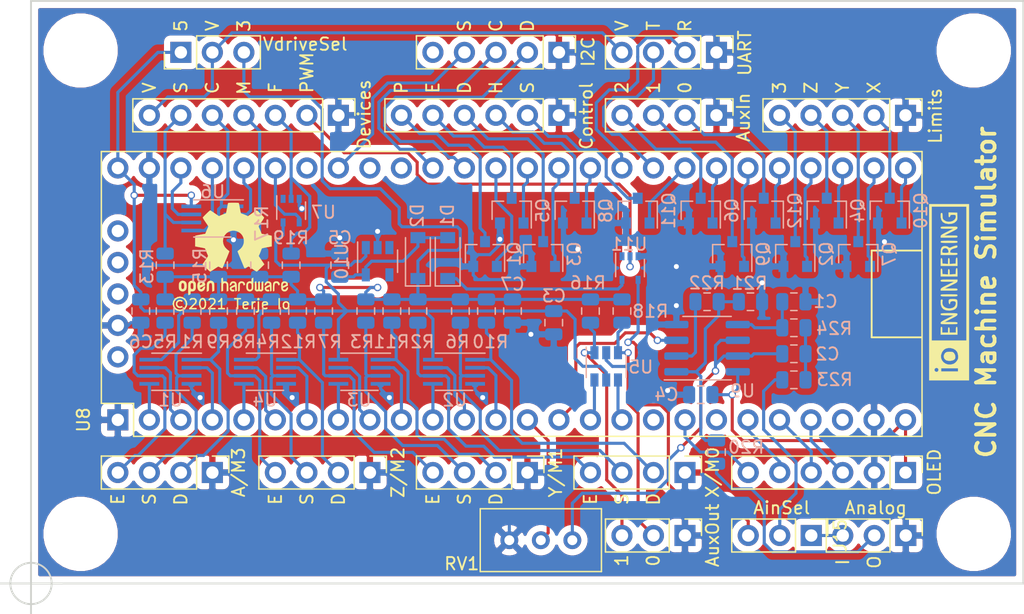
<source format=kicad_pcb>
(kicad_pcb (version 20171130) (host pcbnew "(5.1.2)-1")
  (title_block (date 2021-06-24) (company "Io Engineering") (comment 1 "Terje Io"))
  (layers (0 F.Cu signal) (31 B.Cu signal) (34 B.Paste user hide) (35 F.Paste user hide) (36 B.SilkS user) (37 F.SilkS user) (38 B.Mask user hide) (39 F.Mask user hide) (44 Edge.Cuts user))
  (net 0 "")
  (net 1 GND)
  (net 2 "Net-(J1-Pad3)")
  (net 3 "Net-(J1-Pad2)")
  (net 4 "Net-(J2-Pad3)")
  (net 5 "Net-(J2-Pad2)")
  (net 6 "Net-(J3-Pad3)")
  (net 7 "Net-(J3-Pad2)")
  (net 8 "Net-(J4-Pad3)")
  (net 9 "Net-(J4-Pad2)")
  (net 10 "Net-(J5-Pad5)")
  (net 11 /Strobe)
  (net 12 /SCL)
  (net 13 /SDA)
  (net 14 "Net-(J6-Pad3)")
  (net 15 "Net-(J6-Pad2)")
  (net 16 "Net-(J7-Pad5)")
  (net 17 "Net-(J7-Pad4)")
  (net 18 "Net-(J7-Pad3)")
  (net 19 /UART_RxD)
  (net 20 /UART_TxD)
  (net 21 +3V3)
  (net 22 /OLED_CK)
  (net 23 /OLED_MOSI)
  (net 24 /OLED_CS)
  (net 25 /OLED_DC)
  (net 26 "Net-(J10-Pad4)")
  (net 27 "Net-(J10-Pad3)")
  (net 28 "Net-(J10-Pad2)")
  (net 29 "Net-(J11-Pad5)")
  (net 30 "Net-(J11-Pad4)")
  (net 31 "Net-(J11-Pad3)")
  (net 32 "Net-(J11-Pad2)")
  (net 33 "Net-(J12-Pad3)")
  (net 34 "Net-(J12-Pad2)")
  (net 35 /Probe)
  (net 36 /A_limit)
  (net 37 /EStop)
  (net 38 /Z_limit)
  (net 39 /Door)
  (net 40 /AuxIn2)
  (net 41 /Y_Limit)
  (net 42 /FeedHold)
  (net 43 /AuxIn1)
  (net 44 /X_Limit)
  (net 45 /CycleStart)
  (net 46 /AuxIn0)
  (net 47 "Net-(U8-Pad53)")
  (net 48 "Net-(U8-Pad54)")
  (net 49 "Net-(U8-Pad55)")
  (net 50 "Net-(U8-Pad57)")
  (net 51 /X_Dir)
  (net 52 /X_Step)
  (net 53 /Z_Step)
  (net 54 /Y_Dir)
  (net 55 /Y_Step)
  (net 56 "Net-(U8-Pad44)")
  (net 57 /Z_Dir)
  (net 58 "Net-(U8-Pad43)")
  (net 59 "Net-(U8-Pad46)")
  (net 60 "Net-(U8-Pad18)")
  (net 61 "Net-(U8-Pad24)")
  (net 62 /Y_Enable)
  (net 63 /Z_Enable)
  (net 64 /AuxOut1)
  (net 65 /AuxOut0)
  (net 66 /Flood)
  (net 67 /X_Enable)
  (net 68 /SpindleOn)
  (net 69 /SpindleDir)
  (net 70 /Mist)
  (net 71 "Net-(J1-Pad4)")
  (net 72 "Net-(J2-Pad4)")
  (net 73 "Net-(J4-Pad4)")
  (net 74 "Net-(J7-Pad6)")
  (net 75 "Net-(J10-Pad5)")
  (net 76 "Net-(J11-Pad6)")
  (net 77 "Net-(J12-Pad4)")
  (net 78 "Net-(U7-Pad1)")
  (net 79 "Net-(J3-Pad4)")
  (net 80 "Net-(U8-Pad20)")
  (net 81 +5V)
  (net 82 "Net-(J13-Pad3)")
  (net 83 /AnalogIn)
  (net 84 "Net-(R20-Pad1)")
  (net 85 "Net-(R22-Pad1)")
  (net 86 /AnalogOut)
  (net 87 "Net-(C1-Pad1)")
  (net 88 "Net-(C2-Pad1)")
  (net 89 "Net-(J13-Pad2)")
  (net 90 Vdrive)
  (net 91 VDDA)
  (net 92 "Net-(C5-Pad1)")
  (net 93 "Net-(U10-Pad4)")
  (net 94 "Net-(U10-Pad3)")
  (net 95 "Net-(J7-Pad2)")
  (net 96 "Net-(U11-Pad1)")
  (net 97 "Net-(C2-Pad2)")
  (net 98 "Net-(J15-Pad3)")
  (net 99 "Net-(J15-Pad2)")
  (net 100 /M3_Dir)
  (net 101 /M3_Step)
  (net 102 /M3_Enable)
  (net 103 +3.3VP)
  (module Symbol:OSHW-Logo2_9.8x8mm_SilkScreen (layer F.Cu) (at 16.32 -27)
    (fp_text reference REF** hide)
    (fp_text value OSHW-Logo2_9.8x8mm_SilkScreen hide)
  )
  (module IoEngineering:IoEngineering (layer F.Cu) (at 74.01 -23.5 90)
    (fp_text reference G*** hide)
    (fp_text value LOGO hide)
  )
  (module Capacitor_SMD:C_0805_2012Metric (layer B.Cu) (at 38.815 -21.98 270)
    (fp_text reference C7 (at -2.16 0.005) (layer B.SilkS) (effects (justify mirror)))
    (fp_text value 100n)
    (pad 2 smd roundrect (at 0.9375 0 270) (size 0.975 1.4) (layers B.Cu B.Paste B.Mask) (net 1 GND))
    (pad 1 smd roundrect (at -0.9375 0 270) (size 0.975 1.4) (layers B.Cu B.Paste B.Mask) (net 21 +3V3))
  )
  (module Diode_SMD:D_SOD-123 (layer B.Cu) (at 33.59 -26.25 90)
    (fp_text reference D1 (at 3.41 -0.02 270) (layer B.SilkS) (effects (justify mirror)))
    (fp_text value 1N4148)
    (pad 2 smd rect (at 1.65 0 90) (size 0.9 1.2) (layers B.Cu B.Paste B.Mask) (net 92 "Net-(C5-Pad1)"))
    (pad 1 smd rect (at -1.65 0 90) (size 0.9 1.2) (layers B.Cu B.Paste B.Mask) (net 103 +3.3VP))
  )
  (module Diode_SMD:D_SOD-123 (layer B.Cu) (at 31.19 -26.25 90)
    (fp_text reference D2 (at 3.43 -0.06 270) (layer B.SilkS) (effects (justify mirror)))
    (fp_text value 1N4148)
    (pad 2 smd rect (at 1.65 0 90) (size 0.9 1.2) (layers B.Cu B.Paste B.Mask) (net 92 "Net-(C5-Pad1)"))
    (pad 1 smd rect (at -1.65 0 90) (size 0.9 1.2) (layers B.Cu B.Paste B.Mask) (net 21 +3V3))
  )
  (module Potentiometer_THT:Potentiometer_Bourns_3296W_Vertical (layer F.Cu) (at 38.56 -3.49 180)
    (fp_text reference RV1 (at 3.84 -1.9) (layer F.SilkS))
    (fp_text value 10K)
    (pad 3 thru_hole circle (at -5.08 0 180) (size 1.44 1.44) (drill 0.8) (layers *.Cu *.Mask) (net 97 "Net-(C2-Pad2)"))
    (pad 2 thru_hole circle (at -2.54 0 180) (size 1.44 1.44) (drill 0.8) (layers *.Cu *.Mask) (net 83 /AnalogIn))
    (pad 1 thru_hole circle (at 0 0 180) (size 1.44 1.44) (drill 0.8) (layers *.Cu *.Mask) (net 1 GND))
  )
  (module Connector_PinHeader_2.54mm:PinHeader_1x03_P2.54mm_Vertical (layer F.Cu) (at 62.9 -3.87 270)
    (fp_text reference J15 (at 0 -2.33 90) (layer F.SilkS))
    (fp_text value AinSel (at -2.23 2.38 180) (layer F.SilkS))
    (pad 3 thru_hole oval (at 0 5.08 270) (size 1.7 1.7) (drill 1) (layers *.Cu *.Mask) (net 98 "Net-(J15-Pad3)"))
    (pad 2 thru_hole oval (at 0 2.54 270) (size 1.7 1.7) (drill 1) (layers *.Cu *.Mask) (net 99 "Net-(J15-Pad2)"))
    (pad 1 thru_hole rect (at 0 0 270) (size 1.7 1.7) (drill 1) (layers *.Cu *.Mask) (net 82 "Net-(J13-Pad3)"))
  )
  (module Package_TO_SOT_SMD:SOT-353_SC-70-5 (layer B.Cu) (at 48.29 -25.45 270)
    (fp_text reference U11 (at -1.92 0.08) (layer B.SilkS) (effects (justify mirror)))
    (fp_text value 74LVC1G17)
    (pad 5 smd rect (at 0.95 0.65 270) (size 0.65 0.4) (layers B.Cu B.Paste B.Mask) (net 103 +3.3VP))
    (pad 4 smd rect (at 0.95 -0.65 270) (size 0.65 0.4) (layers B.Cu B.Paste B.Mask) (net 98 "Net-(J15-Pad3)"))
    (pad 2 smd rect (at -0.95 0 270) (size 0.65 0.4) (layers B.Cu B.Paste B.Mask) (net 95 "Net-(J7-Pad2)"))
    (pad 3 smd rect (at -0.95 -0.65 270) (size 0.65 0.4) (layers B.Cu B.Paste B.Mask) (net 1 GND))
    (pad 1 smd rect (at -0.95 0.65 270) (size 0.65 0.4) (layers B.Cu B.Paste B.Mask) (net 96 "Net-(U11-Pad1)"))
  )
  (module Package_TO_SOT_SMD:SOT-23-5 (layer B.Cu) (at 27.94 -26 270)
    (fp_text reference U10 (at 0 2.9 90) (layer B.SilkS) (effects (justify mirror)))
    (fp_text value TPS70939)
    (pad 5 smd rect (at 1.1 0.95 270) (size 1.06 0.65) (layers B.Cu B.Paste B.Mask) (net 92 "Net-(C5-Pad1)"))
    (pad 4 smd rect (at 1.1 -0.95 270) (size 1.06 0.65) (layers B.Cu B.Paste B.Mask) (net 93 "Net-(U10-Pad4)"))
    (pad 3 smd rect (at -1.1 -0.95 270) (size 1.06 0.65) (layers B.Cu B.Paste B.Mask) (net 94 "Net-(U10-Pad3)"))
    (pad 2 smd rect (at -1.1 0 270) (size 1.06 0.65) (layers B.Cu B.Paste B.Mask) (net 1 GND))
    (pad 1 smd rect (at -1.1 0.95 270) (size 1.06 0.65) (layers B.Cu B.Paste B.Mask) (net 81 +5V))
  )
  (module Capacitor_SMD:C_0805_2012Metric (layer B.Cu) (at 8.85 -21.98 270)
    (fp_text reference C6 (at 2.48 -0.01) (layer B.SilkS) (effects (justify mirror)))
    (fp_text value 100n)
    (pad 2 smd roundrect (at 0.9375 0 270) (size 0.975 1.4) (layers B.Cu B.Paste B.Mask) (net 1 GND))
    (pad 1 smd roundrect (at -0.9375 0 270) (size 0.975 1.4) (layers B.Cu B.Paste B.Mask) (net 81 +5V))
  )
  (module Connector_PinHeader_2.54mm:PinHeader_1x03_P2.54mm_Vertical (layer F.Cu) (at 12.08 -42.85 90)
    (fp_text reference J14 hide)
    (fp_text value VdriveSel (at 0.66 10.02) (layer F.SilkS))
    (pad 3 thru_hole oval (at 0 5.08 90) (size 1.7 1.7) (drill 1) (layers *.Cu *.Mask) (net 21 +3V3))
    (pad 2 thru_hole oval (at 0 2.54 90) (size 1.7 1.7) (drill 1) (layers *.Cu *.Mask) (net 90 Vdrive))
    (pad 1 thru_hole rect (at 0 0 90) (size 1.7 1.7) (drill 1) (layers *.Cu *.Mask) (net 81 +5V))
  )
  (module Capacitor_SMD:C_0805_2012Metric (layer B.Cu) (at 24.89 -25.68 90)
    (fp_text reference C5 (at 2.21 0.01 180) (layer B.SilkS) (effects (justify mirror)))
    (fp_text value 1u)
    (pad 2 smd roundrect (at 0.9375 0 90) (size 0.975 1.4) (layers B.Cu B.Paste B.Mask) (net 1 GND))
    (pad 1 smd roundrect (at -0.9375 0 90) (size 0.975 1.4) (layers B.Cu B.Paste B.Mask) (net 92 "Net-(C5-Pad1)"))
  )
  (module Capacitor_SMD:C_0805_2012Metric (layer B.Cu) (at 53.99 -15.23 180)
    (fp_text reference C4 (at 2.76 0.01) (layer B.SilkS) (effects (justify mirror)))
    (fp_text value 100n)
    (pad 2 smd roundrect (at 0.9375 0 180) (size 0.975 1.4) (layers B.Cu B.Paste B.Mask) (net 1 GND))
    (pad 1 smd roundrect (at -0.9375 0 180) (size 0.975 1.4) (layers B.Cu B.Paste B.Mask) (net 91 VDDA))
  )
  (module Capacitor_SMD:C_0805_2012Metric (layer B.Cu) (at 42.14 -21.04 270)
    (fp_text reference C3 (at -2.16 -0.02 180) (layer B.SilkS) (effects (justify mirror)))
    (fp_text value 100n)
    (pad 2 smd roundrect (at 0.9375 0 270) (size 0.975 1.4) (layers B.Cu B.Paste B.Mask) (net 1 GND))
    (pad 1 smd roundrect (at -0.9375 0 270) (size 0.975 1.4) (layers B.Cu B.Paste B.Mask) (net 81 +5V))
  )
  (module Package_TO_SOT_SMD:SOT-23-6 (layer B.Cu) (at 46.37 -17.518 270)
    (fp_text reference U5 (at 0.058 -2.79 180) (layer B.SilkS) (effects (justify mirror)))
    (fp_text value 74LVC2G17)
    (pad 5 smd rect (at 1.1 0 270) (size 1.06 0.65) (layers B.Cu B.Paste B.Mask) (net 81 +5V))
    (pad 6 smd rect (at 1.1 0.95 270) (size 1.06 0.65) (layers B.Cu B.Paste B.Mask) (net 64 /AuxOut1))
    (pad 4 smd rect (at 1.1 -0.95 270) (size 1.06 0.65) (layers B.Cu B.Paste B.Mask) (net 65 /AuxOut0))
    (pad 3 smd rect (at -1.1 -0.95 270) (size 1.06 0.65) (layers B.Cu B.Paste B.Mask) (net 15 "Net-(J6-Pad2)"))
    (pad 2 smd rect (at -1.1 0 270) (size 1.06 0.65) (layers B.Cu B.Paste B.Mask) (net 1 GND))
    (pad 1 smd rect (at -1.1 0.95 270) (size 1.06 0.65) (layers B.Cu B.Paste B.Mask) (net 14 "Net-(J6-Pad3)"))
  )
  (module Connector_PinHeader_2.54mm:PinHeader_1x03_P2.54mm_Vertical (layer F.Cu) (at 52.72 -3.87 270)
    (fp_text reference J6 hide)
    (fp_text value AuxOut (at -0.01 -2.22 270) (layer F.SilkS))
    (pad 3 thru_hole oval (at 0 5.08 270) (size 1.7 1.7) (drill 1) (layers *.Cu *.Mask) (net 14 "Net-(J6-Pad3)"))
    (pad 2 thru_hole oval (at 0 2.54 270) (size 1.7 1.7) (drill 1) (layers *.Cu *.Mask) (net 15 "Net-(J6-Pad2)"))
    (pad 1 thru_hole rect (at 0 0 270) (size 1.7 1.7) (drill 1) (layers *.Cu *.Mask) (net 1 GND))
  )
  (module Resistor_SMD:R_0805_2012Metric (layer B.Cu) (at 61.5 -20.63)
    (fp_text reference R24 (at 3.246 0.058) (layer B.SilkS) (effects (justify mirror)))
    (fp_text value 6K8)
    (pad 1 smd roundrect (at -0.9375 0) (size 0.975 1.4) (layers B.Cu B.Paste B.Mask) (net 87 "Net-(C1-Pad1)"))
    (pad 2 smd roundrect (at 0.9375 0) (size 0.975 1.4) (layers B.Cu B.Paste B.Mask) (net 88 "Net-(C2-Pad1)"))
  )
  (module Resistor_SMD:R_0805_2012Metric (layer B.Cu) (at 61.5 -16.43 180)
    (fp_text reference R23 (at -3.29 0.02) (layer B.SilkS) (effects (justify mirror)))
    (fp_text value 6K8)
    (pad 1 smd roundrect (at -0.9375 0 180) (size 0.975 1.4) (layers B.Cu B.Paste B.Mask) (net 88 "Net-(C2-Pad1)"))
    (pad 2 smd roundrect (at 0.9375 0 180) (size 0.975 1.4) (layers B.Cu B.Paste B.Mask) (net 99 "Net-(J15-Pad2)"))
  )
  (module Capacitor_SMD:C_0805_2012Metric (layer B.Cu) (at 61.5 -18.53 180)
    (fp_text reference C2 (at -2.71 -0.02 180) (layer B.SilkS) (effects (justify mirror)))
    (fp_text value 330n)
    (pad 2 smd roundrect (at 0.9375 0 180) (size 0.975 1.4) (layers B.Cu B.Paste B.Mask) (net 97 "Net-(C2-Pad2)"))
    (pad 1 smd roundrect (at -0.9375 0 180) (size 0.975 1.4) (layers B.Cu B.Paste B.Mask) (net 88 "Net-(C2-Pad1)"))
  )
  (module Capacitor_SMD:C_0805_2012Metric (layer B.Cu) (at 61.5 -22.73)
    (fp_text reference C1 (at 2.5475 -0.02) (layer B.SilkS) (effects (justify mirror)))
    (fp_text value 150n)
    (pad 2 smd roundrect (at 0.9375 0) (size 0.975 1.4) (layers B.Cu B.Paste B.Mask) (net 1 GND))
    (pad 1 smd roundrect (at -0.9375 0) (size 0.975 1.4) (layers B.Cu B.Paste B.Mask) (net 87 "Net-(C1-Pad1)"))
  )
  (module Package_SO:SOIC-8_3.9x4.9mm_P1.27mm (layer B.Cu) (at 54.5 -18.985)
    (fp_text reference U9 (at 2.87 3.445) (layer B.SilkS) (effects (justify mirror)))
    (fp_text value MC33072)
    (pad 8 smd roundrect (at 2.475 1.905) (size 1.95 0.6) (layers B.Cu B.Paste B.Mask) (net 91 VDDA))
    (pad 7 smd roundrect (at 2.475 0.635) (size 1.95 0.6) (layers B.Cu B.Paste B.Mask) (net 97 "Net-(C2-Pad2)"))
    (pad 6 smd roundrect (at 2.475 -0.635) (size 1.95 0.6) (layers B.Cu B.Paste B.Mask) (net 97 "Net-(C2-Pad2)"))
    (pad 5 smd roundrect (at 2.475 -1.905) (size 1.95 0.6) (layers B.Cu B.Paste B.Mask) (net 87 "Net-(C1-Pad1)"))
    (pad 4 smd roundrect (at -2.475 -1.905) (size 1.95 0.6) (layers B.Cu B.Paste B.Mask) (net 1 GND))
    (pad 3 smd roundrect (at -2.475 -0.635) (size 1.95 0.6) (layers B.Cu B.Paste B.Mask) (net 86 /AnalogOut))
    (pad 2 smd roundrect (at -2.475 0.635) (size 1.95 0.6) (layers B.Cu B.Paste B.Mask) (net 85 "Net-(R22-Pad1)"))
    (pad 1 smd roundrect (at -2.475 1.905) (size 1.95 0.6) (layers B.Cu B.Paste B.Mask) (net 84 "Net-(R20-Pad1)"))
  )
  (module Resistor_SMD:R_0805_2012Metric (layer B.Cu) (at 54.5 -22.73)
    (fp_text reference R22 (at -0.02 -1.52) (layer B.SilkS) (effects (justify mirror)))
    (fp_text value OR)
    (pad 2 smd roundrect (at 0.9375 0) (size 0.975 1.4) (layers B.Cu B.Paste B.Mask) (net 84 "Net-(R20-Pad1)"))
    (pad 1 smd roundrect (at -0.9375 0) (size 0.975 1.4) (layers B.Cu B.Paste B.Mask) (net 85 "Net-(R22-Pad1)"))
  )
  (module Resistor_SMD:R_0805_2012Metric (layer B.Cu) (at 58 -22.73 180)
    (fp_text reference R21 (at 0.08 1.49) (layer B.SilkS) (effects (justify mirror)))
    (fp_text value R)
    (pad 2 smd roundrect (at 0.9375 0 180) (size 0.975 1.4) (layers B.Cu B.Paste B.Mask) (net 84 "Net-(R20-Pad1)"))
    (pad 1 smd roundrect (at -0.9375 0 180) (size 0.975 1.4) (layers B.Cu B.Paste B.Mask) (net 1 GND))
  )
  (module Resistor_SMD:R_0805_2012Metric (layer B.Cu) (at 55.26 -10.6 270)
    (fp_text reference R20 (at -0.39 -2.39 180) (layer B.SilkS) (effects (justify mirror)))
    (fp_text value 100R)
    (pad 2 smd roundrect (at 0.9375 0 270) (size 0.975 1.4) (layers B.Cu B.Paste B.Mask) (net 89 "Net-(J13-Pad2)"))
    (pad 1 smd roundrect (at -0.9375 0 270) (size 0.975 1.4) (layers B.Cu B.Paste B.Mask) (net 84 "Net-(R20-Pad1)"))
  )
  (module Connector_PinHeader_2.54mm:PinHeader_1x03_P2.54mm_Vertical (layer F.Cu) (at 70.52 -3.87 270)
    (fp_text reference J13 hide)
    (fp_text value Analog (at -2.23 2.42 180) (layer F.SilkS))
    (pad 3 thru_hole oval (at 0 5.08 270) (size 1.7 1.7) (drill 1) (layers *.Cu *.Mask) (net 82 "Net-(J13-Pad3)"))
    (pad 2 thru_hole oval (at 0 2.54 270) (size 1.7 1.7) (drill 1) (layers *.Cu *.Mask) (net 89 "Net-(J13-Pad2)"))
    (pad 1 thru_hole rect (at 0 0 270) (size 1.7 1.7) (drill 1) (layers *.Cu *.Mask) (net 1 GND))
  )
  (module IoEngineering:MountingHole_3mm_ClrHead (layer F.Cu) (at 76 -43)
    (fp_text reference REF** hide)
    (fp_text value MountingHole_3mm hide)
    (pad "" np_thru_hole circle (at 0 0) (size 3 3) (drill 3) (layers *.Cu *.Mask) (clearance 1.5))
  )
  (module IoEngineering:MountingHole_3mm_ClrHead (layer F.Cu) (at 76 -4)
    (fp_text reference REF** hide)
    (fp_text value MountingHole_3mm hide)
    (pad "" np_thru_hole circle (at 0 0) (size 3 3) (drill 3) (layers *.Cu *.Mask) (clearance 1.5))
  )
  (module IoEngineering:MountingHole_3mm_ClrHead (layer F.Cu) (at 4 -43)
    (fp_text reference REF** hide)
    (fp_text value MountingHole_3mm hide)
    (pad "" np_thru_hole circle (at 0 0) (size 3 3) (drill 3) (layers *.Cu *.Mask) (clearance 1.5))
  )
  (module IoEngineering:MountingHole_3mm_ClrHead (layer F.Cu) (at 4 -4)
    (fp_text reference REF** hide)
    (fp_text value MountingHole_3mm hide)
    (pad "" np_thru_hole circle (at 0 0) (size 3 3) (drill 3) (layers *.Cu *.Mask) (clearance 1.5))
  )
  (module Package_SO:SSOP-8_2.95x2.8mm_P0.65mm (layer B.Cu) (at 34.1 -17.08 180)
    (fp_text reference U2 (at -0.05 -2.28) (layer B.SilkS) (effects (justify mirror)))
    (fp_text value 74LVC3G17)
    (pad 8 smd rect (at 1.7 0.975 270) (size 0.3 1.6) (layers B.Cu B.Paste B.Mask) (net 81 +5V))
    (pad 7 smd rect (at 1.7 0.325 270) (size 0.3 1.6) (layers B.Cu B.Paste B.Mask) (net 51 /X_Dir))
    (pad 6 smd rect (at 1.7 -0.325 270) (size 0.3 1.6) (layers B.Cu B.Paste B.Mask) (net 72 "Net-(J2-Pad4)"))
    (pad 5 smd rect (at 1.7 -0.975 270) (size 0.3 1.6) (layers B.Cu B.Paste B.Mask) (net 52 /X_Step))
    (pad 4 smd rect (at -1.7 -0.975 270) (size 0.3 1.6) (layers B.Cu B.Paste B.Mask) (net 1 GND))
    (pad 3 smd rect (at -1.7 -0.325 270) (size 0.3 1.6) (layers B.Cu B.Paste B.Mask) (net 4 "Net-(J2-Pad3)"))
    (pad 2 smd rect (at -1.7 0.325 270) (size 0.3 1.6) (layers B.Cu B.Paste B.Mask) (net 67 /X_Enable))
    (pad 1 smd rect (at -1.7 0.975 270) (size 0.3 1.6) (layers B.Cu B.Paste B.Mask) (net 5 "Net-(J2-Pad2)"))
  )
  (module Package_SO:SSOP-8_2.95x2.8mm_P0.65mm (layer B.Cu) (at 11.24 -17.08 180)
    (fp_text reference U1 (at 0 -2.28) (layer B.SilkS) (effects (justify mirror)))
    (fp_text value 74LVC3G17)
    (pad 8 smd rect (at 1.7 0.975 270) (size 0.3 1.6) (layers B.Cu B.Paste B.Mask) (net 81 +5V))
    (pad 7 smd rect (at 1.7 0.325 270) (size 0.3 1.6) (layers B.Cu B.Paste B.Mask) (net 100 /M3_Dir))
    (pad 6 smd rect (at 1.7 -0.325 270) (size 0.3 1.6) (layers B.Cu B.Paste B.Mask) (net 71 "Net-(J1-Pad4)"))
    (pad 5 smd rect (at 1.7 -0.975 270) (size 0.3 1.6) (layers B.Cu B.Paste B.Mask) (net 101 /M3_Step))
    (pad 4 smd rect (at -1.7 -0.975 270) (size 0.3 1.6) (layers B.Cu B.Paste B.Mask) (net 1 GND))
    (pad 3 smd rect (at -1.7 -0.325 270) (size 0.3 1.6) (layers B.Cu B.Paste B.Mask) (net 2 "Net-(J1-Pad3)"))
    (pad 2 smd rect (at -1.7 0.325 270) (size 0.3 1.6) (layers B.Cu B.Paste B.Mask) (net 102 /M3_Enable))
    (pad 1 smd rect (at -1.7 0.975 270) (size 0.3 1.6) (layers B.Cu B.Paste B.Mask) (net 3 "Net-(J1-Pad2)"))
  )
  (module Package_TO_SOT_SMD:SOT-353_SC-70-5 (layer B.Cu) (at 20.97 -30.08 270)
    (fp_text reference U7 (at 0.13 -2.61 180) (layer B.SilkS) (effects (justify mirror)))
    (fp_text value 74LVC1G17)
    (pad 5 smd rect (at 0.95 0.65 270) (size 0.65 0.4) (layers B.Cu B.Paste B.Mask) (net 81 +5V))
    (pad 4 smd rect (at 0.95 -0.65 270) (size 0.65 0.4) (layers B.Cu B.Paste B.Mask) (net 66 /Flood))
    (pad 2 smd rect (at -0.95 0 270) (size 0.65 0.4) (layers B.Cu B.Paste B.Mask) (net 18 "Net-(J7-Pad3)"))
    (pad 3 smd rect (at -0.95 -0.65 270) (size 0.65 0.4) (layers B.Cu B.Paste B.Mask) (net 1 GND))
    (pad 1 smd rect (at -0.95 0.65 270) (size 0.65 0.4) (layers B.Cu B.Paste B.Mask) (net 78 "Net-(U7-Pad1)"))
  )
  (module IoEngineering:CY8CKIT_059 (layer F.Cu) (at 7 -13.2 90)
    (fp_text reference U8 (at 0 -2.77 90) (layer F.SilkS))
    (fp_text value CY8CKIT-059)
    (pad 53 thru_hole oval (at 15.24 0) (size 1.7 1.7) (drill 1) (layers *.Cu *.Mask) (net 47 "Net-(U8-Pad53)"))
    (pad 54 thru_hole oval (at 12.7 0) (size 1.7 1.7) (drill 1) (layers *.Cu *.Mask) (net 48 "Net-(U8-Pad54)"))
    (pad 55 thru_hole oval (at 10.16 0) (size 1.7 1.7) (drill 1) (layers *.Cu *.Mask) (net 49 "Net-(U8-Pad55)"))
    (pad 57 thru_hole oval (at 5.08 0) (size 1.7 1.7) (drill 1) (layers *.Cu *.Mask) (net 50 "Net-(U8-Pad57)"))
    (pad 56 thru_hole oval (at 7.62 0) (size 1.7 1.7) (drill 1) (layers *.Cu *.Mask) (net 1 GND))
    (pad 49 thru_hole oval (at 20.32 7.62 270) (size 1.7 1.7) (drill 1) (layers *.Cu *.Mask) (net 70 /Mist))
    (pad 51 thru_hole oval (at 20.32 2.54 270) (size 1.7 1.7) (drill 1) (layers *.Cu *.Mask) (net 1 GND))
    (pad 52 thru_hole oval (at 20.32 0 270) (size 1.7 1.7) (drill 1) (layers *.Cu *.Mask) (net 81 +5V))
    (pad 50 thru_hole oval (at 20.32 5.08 270) (size 1.7 1.7) (drill 1) (layers *.Cu *.Mask) (net 69 /SpindleDir))
    (pad 39 thru_hole oval (at 20.32 33.02 270) (size 1.7 1.7) (drill 1) (layers *.Cu *.Mask) (net 37 /EStop))
    (pad 40 thru_hole oval (at 20.32 30.48 270) (size 1.7 1.7) (drill 1) (layers *.Cu *.Mask) (net 35 /Probe))
    (pad 45 thru_hole oval (at 20.32 17.78 270) (size 1.7 1.7) (drill 1) (layers *.Cu *.Mask) (net 11 /Strobe))
    (pad 41 thru_hole oval (at 20.32 27.94 270) (size 1.7 1.7) (drill 1) (layers *.Cu *.Mask) (net 13 /SDA))
    (pad 48 thru_hole oval (at 20.32 10.16 270) (size 1.7 1.7) (drill 1) (layers *.Cu *.Mask) (net 68 /SpindleOn))
    (pad 42 thru_hole oval (at 20.32 25.4 270) (size 1.7 1.7) (drill 1) (layers *.Cu *.Mask) (net 12 /SCL))
    (pad 37 thru_hole oval (at 20.32 38.1 270) (size 1.7 1.7) (drill 1) (layers *.Cu *.Mask) (net 42 /FeedHold))
    (pad 47 thru_hole oval (at 20.32 12.7 270) (size 1.7 1.7) (drill 1) (layers *.Cu *.Mask) (net 66 /Flood))
    (pad 44 thru_hole oval (at 20.32 20.32 270) (size 1.7 1.7) (drill 1) (layers *.Cu *.Mask) (net 56 "Net-(U8-Pad44)"))
    (pad 38 thru_hole oval (at 20.32 35.56 270) (size 1.7 1.7) (drill 1) (layers *.Cu *.Mask) (net 39 /Door))
    (pad 43 thru_hole oval (at 20.32 22.86 270) (size 1.7 1.7) (drill 1) (layers *.Cu *.Mask) (net 58 "Net-(U8-Pad43)"))
    (pad 46 thru_hole oval (at 20.32 15.24 270) (size 1.7 1.7) (drill 1) (layers *.Cu *.Mask) (net 59 "Net-(U8-Pad46)"))
    (pad 1 thru_hole rect (at 0 0 90) (size 1.7 1.7) (drill 1) (layers *.Cu *.Mask) (net 1 GND))
    (pad 2 thru_hole oval (at 0 2.54 90) (size 1.7 1.7) (drill 1) (layers *.Cu *.Mask) (net 101 /M3_Step))
    (pad 3 thru_hole oval (at 0 5.08 90) (size 1.7 1.7) (drill 1) (layers *.Cu *.Mask) (net 100 /M3_Dir))
    (pad 4 thru_hole oval (at 0 7.62 90) (size 1.7 1.7) (drill 1) (layers *.Cu *.Mask) (net 102 /M3_Enable))
    (pad 5 thru_hole oval (at 0 10.16 90) (size 1.7 1.7) (drill 1) (layers *.Cu *.Mask) (net 53 /Z_Step))
    (pad 6 thru_hole oval (at 0 12.7 90) (size 1.7 1.7) (drill 1) (layers *.Cu *.Mask) (net 57 /Z_Dir))
    (pad 7 thru_hole oval (at 0 15.24 90) (size 1.7 1.7) (drill 1) (layers *.Cu *.Mask) (net 63 /Z_Enable))
    (pad 8 thru_hole oval (at 0 17.78 90) (size 1.7 1.7) (drill 1) (layers *.Cu *.Mask) (net 55 /Y_Step))
    (pad 9 thru_hole oval (at 0 20.32 90) (size 1.7 1.7) (drill 1) (layers *.Cu *.Mask) (net 54 /Y_Dir))
    (pad 10 thru_hole oval (at 0 22.86 90) (size 1.7 1.7) (drill 1) (layers *.Cu *.Mask) (net 62 /Y_Enable))
    (pad 11 thru_hole oval (at 0 25.4 90) (size 1.7 1.7) (drill 1) (layers *.Cu *.Mask) (net 52 /X_Step))
    (pad 12 thru_hole oval (at 0 27.94 90) (size 1.7 1.7) (drill 1) (layers *.Cu *.Mask) (net 51 /X_Dir))
    (pad 13 thru_hole oval (at 0 30.48 90) (size 1.7 1.7) (drill 1) (layers *.Cu *.Mask) (net 67 /X_Enable))
    (pad 14 thru_hole oval (at 0 33.02 90) (size 1.7 1.7) (drill 1) (layers *.Cu *.Mask) (net 83 /AnalogIn))
    (pad 15 thru_hole oval (at 0 35.56 90) (size 1.7 1.7) (drill 1) (layers *.Cu *.Mask) (net 86 /AnalogOut))
    (pad 16 thru_hole oval (at 0 38.1 90) (size 1.7 1.7) (drill 1) (layers *.Cu *.Mask) (net 64 /AuxOut1))
    (pad 17 thru_hole oval (at 0 40.64 90) (size 1.7 1.7) (drill 1) (layers *.Cu *.Mask) (net 65 /AuxOut0))
    (pad 18 thru_hole oval (at 0 43.18 90) (size 1.7 1.7) (drill 1) (layers *.Cu *.Mask) (net 60 "Net-(U8-Pad18)"))
    (pad 19 thru_hole oval (at 0 45.72 90) (size 1.7 1.7) (drill 1) (layers *.Cu *.Mask) (net 25 /OLED_DC))
    (pad 20 thru_hole circle (at 0 48.26 90) (size 1.7 1.7) (drill 1) (layers *.Cu *.Mask) (net 80 "Net-(U8-Pad20)"))
    (pad 21 thru_hole oval (at 0 50.8 90) (size 1.7 1.7) (drill 1) (layers *.Cu *.Mask) (net 24 /OLED_CS))
    (pad 22 thru_hole oval (at 0 53.34 90) (size 1.7 1.7) (drill 1) (layers *.Cu *.Mask) (net 23 /OLED_MOSI))
    (pad 23 thru_hole oval (at 0 55.88 90) (size 1.7 1.7) (drill 1) (layers *.Cu *.Mask) (net 22 /OLED_CK))
    (pad 24 thru_hole oval (at 0 58.42 90) (size 1.7 1.7) (drill 1) (layers *.Cu *.Mask) (net 61 "Net-(U8-Pad24)"))
    (pad 25 thru_hole oval (at 0 60.96 90) (size 1.7 1.7) (drill 1) (layers *.Cu *.Mask) (net 1 GND))
    (pad 26 thru_hole oval (at 0 63.5 90) (size 1.7 1.7) (drill 1) (layers *.Cu *.Mask) (net 91 VDDA))
    (pad 27 thru_hole oval (at 20.32 63.5 270) (size 1.7 1.7) (drill 1) (layers *.Cu *.Mask) (net 44 /X_Limit))
    (pad 28 thru_hole oval (at 20.32 60.96 270) (size 1.7 1.7) (drill 1) (layers *.Cu *.Mask) (net 41 /Y_Limit))
    (pad 29 thru_hole oval (at 20.32 58.42 270) (size 1.7 1.7) (drill 1) (layers *.Cu *.Mask) (net 38 /Z_limit))
    (pad 30 thru_hole oval (at 20.32 55.88 270) (size 1.7 1.7) (drill 1) (layers *.Cu *.Mask) (net 36 /A_limit))
    (pad 31 thru_hole oval (at 20.32 53.34 270) (size 1.7 1.7) (drill 1) (layers *.Cu *.Mask) (net 46 /AuxIn0))
    (pad 32 thru_hole oval (at 20.32 50.8 270) (size 1.7 1.7) (drill 1) (layers *.Cu *.Mask) (net 43 /AuxIn1))
    (pad 33 thru_hole oval (at 20.32 48.26 270) (size 1.7 1.7) (drill 1) (layers *.Cu *.Mask) (net 40 /AuxIn2))
    (pad 34 thru_hole oval (at 20.32 45.72 270) (size 1.7 1.7) (drill 1) (layers *.Cu *.Mask) (net 45 /CycleStart))
    (pad 35 thru_hole oval (at 20.32 43.18 270) (size 1.7 1.7) (drill 1) (layers *.Cu *.Mask) (net 20 /UART_TxD))
    (pad 36 thru_hole oval (at 20.32 40.64 270) (size 1.7 1.7) (drill 1) (layers *.Cu *.Mask) (net 19 /UART_RxD))
    (pad 37 thru_hole oval (at 20.32 38.1 270) (size 1.7 1.7) (drill 1) (layers *.Cu *.Mask) (net 42 /FeedHold))
    (pad 38 thru_hole oval (at 20.32 35.56 270) (size 1.7 1.7) (drill 1) (layers *.Cu *.Mask) (net 39 /Door))
  )
  (module Package_SO:SSOP-8_2.95x2.8mm_P0.65mm (layer B.Cu) (at 14.62 -29.45 180)
    (fp_text reference U6 (at -0.03 2.15) (layer B.SilkS) (effects (justify mirror)))
    (fp_text value 74LVC3G17)
    (pad 8 smd rect (at 1.7 0.975 270) (size 0.3 1.6) (layers B.Cu B.Paste B.Mask) (net 81 +5V))
    (pad 7 smd rect (at 1.7 0.325 270) (size 0.3 1.6) (layers B.Cu B.Paste B.Mask) (net 69 /SpindleDir))
    (pad 6 smd rect (at 1.7 -0.325 270) (size 0.3 1.6) (layers B.Cu B.Paste B.Mask) (net 74 "Net-(J7-Pad6)"))
    (pad 5 smd rect (at 1.7 -0.975 270) (size 0.3 1.6) (layers B.Cu B.Paste B.Mask) (net 70 /Mist))
    (pad 4 smd rect (at -1.7 -0.975 270) (size 0.3 1.6) (layers B.Cu B.Paste B.Mask) (net 1 GND))
    (pad 3 smd rect (at -1.7 -0.325 270) (size 0.3 1.6) (layers B.Cu B.Paste B.Mask) (net 17 "Net-(J7-Pad4)"))
    (pad 2 smd rect (at -1.7 0.325 270) (size 0.3 1.6) (layers B.Cu B.Paste B.Mask) (net 68 /SpindleOn))
    (pad 1 smd rect (at -1.7 0.975 270) (size 0.3 1.6) (layers B.Cu B.Paste B.Mask) (net 16 "Net-(J7-Pad5)"))
  )
  (module Package_SO:SSOP-8_2.95x2.8mm_P0.65mm (layer B.Cu) (at 18.86 -17.08 180)
    (fp_text reference U4 (at 0 -2.28) (layer B.SilkS) (effects (justify mirror)))
    (fp_text value 74LVC3G17)
    (pad 8 smd rect (at 1.7 0.975 270) (size 0.3 1.6) (layers B.Cu B.Paste B.Mask) (net 81 +5V))
    (pad 7 smd rect (at 1.7 0.325 270) (size 0.3 1.6) (layers B.Cu B.Paste B.Mask) (net 57 /Z_Dir))
    (pad 6 smd rect (at 1.7 -0.325 270) (size 0.3 1.6) (layers B.Cu B.Paste B.Mask) (net 73 "Net-(J4-Pad4)"))
    (pad 5 smd rect (at 1.7 -0.975 270) (size 0.3 1.6) (layers B.Cu B.Paste B.Mask) (net 53 /Z_Step))
    (pad 4 smd rect (at -1.7 -0.975 270) (size 0.3 1.6) (layers B.Cu B.Paste B.Mask) (net 1 GND))
    (pad 3 smd rect (at -1.7 -0.325 270) (size 0.3 1.6) (layers B.Cu B.Paste B.Mask) (net 8 "Net-(J4-Pad3)"))
    (pad 2 smd rect (at -1.7 0.325 270) (size 0.3 1.6) (layers B.Cu B.Paste B.Mask) (net 63 /Z_Enable))
    (pad 1 smd rect (at -1.7 0.975 270) (size 0.3 1.6) (layers B.Cu B.Paste B.Mask) (net 9 "Net-(J4-Pad2)"))
  )
  (module Package_SO:SSOP-8_2.95x2.8mm_P0.65mm (layer B.Cu) (at 26.48 -17.08 180)
    (fp_text reference U3 (at 0.03 -2.28) (layer B.SilkS) (effects (justify mirror)))
    (fp_text value 74LVC3G17)
    (pad 8 smd rect (at 1.7 0.975 270) (size 0.3 1.6) (layers B.Cu B.Paste B.Mask) (net 81 +5V))
    (pad 7 smd rect (at 1.7 0.325 270) (size 0.3 1.6) (layers B.Cu B.Paste B.Mask) (net 54 /Y_Dir))
    (pad 6 smd rect (at 1.7 -0.325 270) (size 0.3 1.6) (layers B.Cu B.Paste B.Mask) (net 79 "Net-(J3-Pad4)"))
    (pad 5 smd rect (at 1.7 -0.975 270) (size 0.3 1.6) (layers B.Cu B.Paste B.Mask) (net 55 /Y_Step))
    (pad 4 smd rect (at -1.7 -0.975 270) (size 0.3 1.6) (layers B.Cu B.Paste B.Mask) (net 1 GND))
    (pad 3 smd rect (at -1.7 -0.325 270) (size 0.3 1.6) (layers B.Cu B.Paste B.Mask) (net 6 "Net-(J3-Pad3)"))
    (pad 2 smd rect (at -1.7 0.325 270) (size 0.3 1.6) (layers B.Cu B.Paste B.Mask) (net 62 /Y_Enable))
    (pad 1 smd rect (at -1.7 0.975 270) (size 0.3 1.6) (layers B.Cu B.Paste B.Mask) (net 7 "Net-(J3-Pad2)"))
  )
  (module Resistor_SMD:R_0805_2012Metric (layer B.Cu) (at 20.97 -25.68 90)
    (fp_text reference R19 (at 2.21 -0.02 180) (layer B.SilkS) (effects (justify mirror)))
    (fp_text value R)
    (pad 2 smd roundrect (at 0.9375 0 90) (size 0.975 1.4) (layers B.Cu B.Paste B.Mask) (net 18 "Net-(J7-Pad3)"))
    (pad 1 smd roundrect (at -0.9375 0 90) (size 0.975 1.4) (layers B.Cu B.Paste B.Mask) (net 21 +3V3))
  )
  (module Resistor_SMD:R_0805_2012Metric (layer B.Cu) (at 47.64 -21.98 270)
    (fp_text reference R18 (at 0.02 -2.29 180) (layer B.SilkS) (effects (justify mirror)))
    (fp_text value R)
    (pad 2 smd roundrect (at 0.9375 0 270) (size 0.975 1.4) (layers B.Cu B.Paste B.Mask) (net 15 "Net-(J6-Pad2)"))
    (pad 1 smd roundrect (at -0.9375 0 270) (size 0.975 1.4) (layers B.Cu B.Paste B.Mask) (net 21 +3V3))
  )
  (module Resistor_SMD:R_0805_2012Metric (layer B.Cu) (at 18.43 -25.68 90)
    (fp_text reference R17 (at 3.37 0.17 90) (layer B.SilkS) (effects (justify mirror)))
    (fp_text value R)
    (pad 2 smd roundrect (at 0.9375 0 90) (size 0.975 1.4) (layers B.Cu B.Paste B.Mask) (net 17 "Net-(J7-Pad4)"))
    (pad 1 smd roundrect (at -0.9375 0 90) (size 0.975 1.4) (layers B.Cu B.Paste B.Mask) (net 21 +3V3))
  )
  (module Resistor_SMD:R_0805_2012Metric (layer B.Cu) (at 45.1 -21.98 270)
    (fp_text reference R16 (at -2.28 0.21 180) (layer B.SilkS) (effects (justify mirror)))
    (fp_text value R)
    (pad 2 smd roundrect (at 0.9375 0 270) (size 0.975 1.4) (layers B.Cu B.Paste B.Mask) (net 14 "Net-(J6-Pad3)"))
    (pad 1 smd roundrect (at -0.9375 0 270) (size 0.975 1.4) (layers B.Cu B.Paste B.Mask) (net 21 +3V3))
  )
  (module Resistor_SMD:R_0805_2012Metric (layer B.Cu) (at 15.12 -25.68 90)
    (fp_text reference R15 (at -0.05 -1.5 90) (layer B.SilkS) (effects (justify mirror)))
    (fp_text value R)
    (pad 2 smd roundrect (at 0.9375 0 90) (size 0.975 1.4) (layers B.Cu B.Paste B.Mask) (net 16 "Net-(J7-Pad5)"))
    (pad 1 smd roundrect (at -0.9375 0 90) (size 0.975 1.4) (layers B.Cu B.Paste B.Mask) (net 21 +3V3))
  )
  (module Resistor_SMD:R_0805_2012Metric (layer B.Cu) (at 10.81 -25.68 90)
    (fp_text reference R13 (at -0.09 -1.47 90) (layer B.SilkS) (effects (justify mirror)))
    (fp_text value R)
    (pad 2 smd roundrect (at 0.9375 0 90) (size 0.975 1.4) (layers B.Cu B.Paste B.Mask) (net 74 "Net-(J7-Pad6)"))
    (pad 1 smd roundrect (at -0.9375 0 90) (size 0.975 1.4) (layers B.Cu B.Paste B.Mask) (net 21 +3V3))
  )
  (module Resistor_SMD:R_0805_2012Metric (layer B.Cu) (at 21.49 -21.98 270)
    (fp_text reference R12 (at 2.48 -0.07 180) (layer B.SilkS) (effects (justify mirror)))
    (fp_text value R)
    (pad 2 smd roundrect (at 0.9375 0 270) (size 0.975 1.4) (layers B.Cu B.Paste B.Mask) (net 9 "Net-(J4-Pad2)"))
    (pad 1 smd roundrect (at -0.9375 0 270) (size 0.975 1.4) (layers B.Cu B.Paste B.Mask) (net 21 +3V3))
  )
  (module Resistor_SMD:R_0805_2012Metric (layer B.Cu) (at 29.09 -21.98 270)
    (fp_text reference R11 (at 2.48 0.04 180) (layer B.SilkS) (effects (justify mirror)))
    (fp_text value R)
    (pad 2 smd roundrect (at 0.9375 0 270) (size 0.975 1.4) (layers B.Cu B.Paste B.Mask) (net 7 "Net-(J3-Pad2)"))
    (pad 1 smd roundrect (at -0.9375 0 270) (size 0.975 1.4) (layers B.Cu B.Paste B.Mask) (net 21 +3V3))
  )
  (module Resistor_SMD:R_0805_2012Metric (layer B.Cu) (at 36.715 -21.98 270)
    (fp_text reference R10 (at 2.48 -0.315 180) (layer B.SilkS) (effects (justify mirror)))
    (fp_text value R)
    (pad 2 smd roundrect (at 0.9375 0 270) (size 0.975 1.4) (layers B.Cu B.Paste B.Mask) (net 5 "Net-(J2-Pad2)"))
    (pad 1 smd roundrect (at -0.9375 0 270) (size 0.975 1.4) (layers B.Cu B.Paste B.Mask) (net 21 +3V3))
  )
  (module Resistor_SMD:R_0805_2012Metric (layer B.Cu) (at 15.12 -21.98 270)
    (fp_text reference R9 (at 2.48 0.02 180) (layer B.SilkS) (effects (justify mirror)))
    (fp_text value R)
    (pad 2 smd roundrect (at 0.9375 0 270) (size 0.975 1.4) (layers B.Cu B.Paste B.Mask) (net 3 "Net-(J1-Pad2)"))
    (pad 1 smd roundrect (at -0.9375 0 270) (size 0.975 1.4) (layers B.Cu B.Paste B.Mask) (net 21 +3V3))
  )
  (module Resistor_SMD:R_0805_2012Metric (layer B.Cu) (at 17.29 -21.98 270)
    (fp_text reference R8 (at 2.48 0.13 180) (layer B.SilkS) (effects (justify mirror)))
    (fp_text value R)
    (pad 2 smd roundrect (at 0.9375 0 270) (size 0.975 1.4) (layers B.Cu B.Paste B.Mask) (net 73 "Net-(J4-Pad4)"))
    (pad 1 smd roundrect (at -0.9375 0 270) (size 0.975 1.4) (layers B.Cu B.Paste B.Mask) (net 21 +3V3))
  )
  (module Resistor_SMD:R_0805_2012Metric (layer B.Cu) (at 23.59 -21.98 270)
    (fp_text reference R7 (at 2.48 -0.5 180) (layer B.SilkS) (effects (justify mirror)))
    (fp_text value R)
    (pad 2 smd roundrect (at 0.9375 0 270) (size 0.975 1.4) (layers B.Cu B.Paste B.Mask) (net 79 "Net-(J3-Pad4)"))
    (pad 1 smd roundrect (at -0.9375 0 270) (size 0.975 1.4) (layers B.Cu B.Paste B.Mask) (net 21 +3V3))
  )
  (module Resistor_SMD:R_0805_2012Metric (layer B.Cu) (at 34.615 -21.98 270)
    (fp_text reference R6 (at 2.48 0.245 180) (layer B.SilkS) (effects (justify mirror)))
    (fp_text value R)
    (pad 2 smd roundrect (at 0.9375 0 270) (size 0.975 1.4) (layers B.Cu B.Paste B.Mask) (net 4 "Net-(J2-Pad3)"))
    (pad 1 smd roundrect (at -0.9375 0 270) (size 0.975 1.4) (layers B.Cu B.Paste B.Mask) (net 21 +3V3))
  )
  (module Resistor_SMD:R_0805_2012Metric (layer B.Cu) (at 10.81 -21.98 270)
    (fp_text reference R5 (at 2.48 0.01 180) (layer B.SilkS) (effects (justify mirror)))
    (fp_text value R)
    (pad 2 smd roundrect (at 0.9375 0 270) (size 0.975 1.4) (layers B.Cu B.Paste B.Mask) (net 71 "Net-(J1-Pad4)"))
    (pad 1 smd roundrect (at -0.9375 0 270) (size 0.975 1.4) (layers B.Cu B.Paste B.Mask) (net 21 +3V3))
  )
  (module Resistor_SMD:R_0805_2012Metric (layer B.Cu) (at 19.39 -21.98 270)
    (fp_text reference R4 (at 2.48 0.29 180) (layer B.SilkS) (effects (justify mirror)))
    (fp_text value R)
    (pad 2 smd roundrect (at 0.9375 0 270) (size 0.975 1.4) (layers B.Cu B.Paste B.Mask) (net 8 "Net-(J4-Pad3)"))
    (pad 1 smd roundrect (at -0.9375 0 270) (size 0.975 1.4) (layers B.Cu B.Paste B.Mask) (net 21 +3V3))
  )
  (module Resistor_SMD:R_0805_2012Metric (layer B.Cu) (at 26.99 -21.98 270)
    (fp_text reference R3 (at 2.48 0.31 180) (layer B.SilkS) (effects (justify mirror)))
    (fp_text value R)
    (pad 2 smd roundrect (at 0.9375 0 270) (size 0.975 1.4) (layers B.Cu B.Paste B.Mask) (net 6 "Net-(J3-Pad3)"))
    (pad 1 smd roundrect (at -0.9375 0 270) (size 0.975 1.4) (layers B.Cu B.Paste B.Mask) (net 21 +3V3))
  )
  (module Resistor_SMD:R_0805_2012Metric (layer B.Cu) (at 31.19 -21.98 270)
    (fp_text reference R2 (at 2.48 -0.35 180) (layer B.SilkS) (effects (justify mirror)))
    (fp_text value R)
    (pad 2 smd roundrect (at 0.9375 0 270) (size 0.975 1.4) (layers B.Cu B.Paste B.Mask) (net 72 "Net-(J2-Pad4)"))
    (pad 1 smd roundrect (at -0.9375 0 270) (size 0.975 1.4) (layers B.Cu B.Paste B.Mask) (net 21 +3V3))
  )
  (module Resistor_SMD:R_0805_2012Metric (layer B.Cu) (at 12.99 -21.98 270)
    (fp_text reference R1 (at 2.48 0.04 180) (layer B.SilkS) (effects (justify mirror)))
    (fp_text value R)
    (pad 2 smd roundrect (at 0.9375 0 270) (size 0.975 1.4) (layers B.Cu B.Paste B.Mask) (net 2 "Net-(J1-Pad3)"))
    (pad 1 smd roundrect (at -0.9375 0 270) (size 0.975 1.4) (layers B.Cu B.Paste B.Mask) (net 21 +3V3))
  )
  (module Package_TO_SOT_SMD:SOT-23 (layer B.Cu) (at 59.07 -30.08 90)
    (fp_text reference Q12 (at 0 2.5 90) (layer B.SilkS) (effects (justify mirror)))
    (fp_text value 2N7002)
    (pad 3 smd rect (at 1 0 90) (size 0.9 0.8) (layers B.Cu B.Paste B.Mask) (net 34 "Net-(J12-Pad2)"))
    (pad 2 smd rect (at -1 -0.95 90) (size 0.9 0.8) (layers B.Cu B.Paste B.Mask) (net 1 GND))
    (pad 1 smd rect (at -1 0.95 90) (size 0.9 0.8) (layers B.Cu B.Paste B.Mask) (net 46 /AuxIn0))
  )
  (module Package_TO_SOT_SMD:SOT-23 (layer B.Cu) (at 48.91 -30.08 90)
    (fp_text reference Q11 (at 0 2.5 90) (layer B.SilkS) (effects (justify mirror)))
    (fp_text value 2N7002)
    (pad 3 smd rect (at 1 0 90) (size 0.9 0.8) (layers B.Cu B.Paste B.Mask) (net 32 "Net-(J11-Pad2)"))
    (pad 2 smd rect (at -1 -0.95 90) (size 0.9 0.8) (layers B.Cu B.Paste B.Mask) (net 1 GND))
    (pad 1 smd rect (at -1 0.95 90) (size 0.9 0.8) (layers B.Cu B.Paste B.Mask) (net 45 /CycleStart))
  )
  (module Package_TO_SOT_SMD:SOT-23 (layer B.Cu) (at 69.23 -30.08 90)
    (fp_text reference Q10 (at 0 2.5 90) (layer B.SilkS) (effects (justify mirror)))
    (fp_text value 2N7002)
    (pad 3 smd rect (at 1 0 90) (size 0.9 0.8) (layers B.Cu B.Paste B.Mask) (net 28 "Net-(J10-Pad2)"))
    (pad 2 smd rect (at -1 -0.95 90) (size 0.9 0.8) (layers B.Cu B.Paste B.Mask) (net 1 GND))
    (pad 1 smd rect (at -1 0.95 90) (size 0.9 0.8) (layers B.Cu B.Paste B.Mask) (net 44 /X_Limit))
  )
  (module Package_TO_SOT_SMD:SOT-23 (layer B.Cu) (at 56.53 -26.58 90)
    (fp_text reference Q9 (at 0 2.5 90) (layer B.SilkS) (effects (justify mirror)))
    (fp_text value 2N7002)
    (pad 3 smd rect (at 1 0 90) (size 0.9 0.8) (layers B.Cu B.Paste B.Mask) (net 33 "Net-(J12-Pad3)"))
    (pad 2 smd rect (at -1 -0.95 90) (size 0.9 0.8) (layers B.Cu B.Paste B.Mask) (net 1 GND))
    (pad 1 smd rect (at -1 0.95 90) (size 0.9 0.8) (layers B.Cu B.Paste B.Mask) (net 43 /AuxIn1))
  )
  (module Package_TO_SOT_SMD:SOT-23 (layer B.Cu) (at 43.83 -30.08 90)
    (fp_text reference Q8 (at 0 2.5 90) (layer B.SilkS) (effects (justify mirror)))
    (fp_text value 2N7002)
    (pad 3 smd rect (at 1 0 90) (size 0.9 0.8) (layers B.Cu B.Paste B.Mask) (net 31 "Net-(J11-Pad3)"))
    (pad 2 smd rect (at -1 -0.95 90) (size 0.9 0.8) (layers B.Cu B.Paste B.Mask) (net 1 GND))
    (pad 1 smd rect (at -1 0.95 90) (size 0.9 0.8) (layers B.Cu B.Paste B.Mask) (net 42 /FeedHold))
  )
  (module Package_TO_SOT_SMD:SOT-23 (layer B.Cu) (at 66.69 -26.58 90)
    (fp_text reference Q7 (at 0 2.5 90) (layer B.SilkS) (effects (justify mirror)))
    (fp_text value 2N7002)
    (pad 3 smd rect (at 1 0 90) (size 0.9 0.8) (layers B.Cu B.Paste B.Mask) (net 27 "Net-(J10-Pad3)"))
    (pad 2 smd rect (at -1 -0.95 90) (size 0.9 0.8) (layers B.Cu B.Paste B.Mask) (net 1 GND))
    (pad 1 smd rect (at -1 0.95 90) (size 0.9 0.8) (layers B.Cu B.Paste B.Mask) (net 41 /Y_Limit))
  )
  (module Package_TO_SOT_SMD:SOT-23 (layer B.Cu) (at 53.99 -30.08 90)
    (fp_text reference Q6 (at 0 2.5 90) (layer B.SilkS) (effects (justify mirror)))
    (fp_text value 2N7002)
    (pad 3 smd rect (at 1 0 90) (size 0.9 0.8) (layers B.Cu B.Paste B.Mask) (net 77 "Net-(J12-Pad4)"))
    (pad 2 smd rect (at -1 -0.95 90) (size 0.9 0.8) (layers B.Cu B.Paste B.Mask) (net 1 GND))
    (pad 1 smd rect (at -1 0.95 90) (size 0.9 0.8) (layers B.Cu B.Paste B.Mask) (net 40 /AuxIn2))
  )
  (module Package_TO_SOT_SMD:SOT-23 (layer B.Cu) (at 38.75 -30.08 90)
    (fp_text reference Q5 (at 0 2.5 90) (layer B.SilkS) (effects (justify mirror)))
    (fp_text value 2N7002)
    (pad 3 smd rect (at 1 0 90) (size 0.9 0.8) (layers B.Cu B.Paste B.Mask) (net 29 "Net-(J11-Pad5)"))
    (pad 2 smd rect (at -1 -0.95 90) (size 0.9 0.8) (layers B.Cu B.Paste B.Mask) (net 1 GND))
    (pad 1 smd rect (at -1 0.95 90) (size 0.9 0.8) (layers B.Cu B.Paste B.Mask) (net 37 /EStop))
  )
  (module Package_TO_SOT_SMD:SOT-23 (layer B.Cu) (at 64.15 -30.08 90)
    (fp_text reference Q4 (at 0 2.5 90) (layer B.SilkS) (effects (justify mirror)))
    (fp_text value 2N7002)
    (pad 3 smd rect (at 1 0 90) (size 0.9 0.8) (layers B.Cu B.Paste B.Mask) (net 26 "Net-(J10-Pad4)"))
    (pad 2 smd rect (at -1 -0.95 90) (size 0.9 0.8) (layers B.Cu B.Paste B.Mask) (net 1 GND))
    (pad 1 smd rect (at -1 0.95 90) (size 0.9 0.8) (layers B.Cu B.Paste B.Mask) (net 38 /Z_limit))
  )
  (module Package_TO_SOT_SMD:SOT-23 (layer B.Cu) (at 41.29 -26.58 90)
    (fp_text reference Q3 (at 0 2.5 90) (layer B.SilkS) (effects (justify mirror)))
    (fp_text value 2N7002)
    (pad 3 smd rect (at 1 0 90) (size 0.9 0.8) (layers B.Cu B.Paste B.Mask) (net 30 "Net-(J11-Pad4)"))
    (pad 2 smd rect (at -1 -0.95 90) (size 0.9 0.8) (layers B.Cu B.Paste B.Mask) (net 1 GND))
    (pad 1 smd rect (at -1 0.95 90) (size 0.9 0.8) (layers B.Cu B.Paste B.Mask) (net 39 /Door))
  )
  (module Package_TO_SOT_SMD:SOT-23 (layer B.Cu) (at 61.61 -26.58 90)
    (fp_text reference Q2 (at 0 2.5 90) (layer B.SilkS) (effects (justify mirror)))
    (fp_text value 2N7002)
    (pad 3 smd rect (at 1 0 90) (size 0.9 0.8) (layers B.Cu B.Paste B.Mask) (net 75 "Net-(J10-Pad5)"))
    (pad 2 smd rect (at -1 -0.95 90) (size 0.9 0.8) (layers B.Cu B.Paste B.Mask) (net 1 GND))
    (pad 1 smd rect (at -1 0.95 90) (size 0.9 0.8) (layers B.Cu B.Paste B.Mask) (net 36 /A_limit))
  )
  (module Package_TO_SOT_SMD:SOT-23 (layer B.Cu) (at 36.6 -26.58 90)
    (fp_text reference Q1 (at 0 2.35 90) (layer B.SilkS) (effects (justify mirror)))
    (fp_text value 2N7002)
    (pad 3 smd rect (at 1 0 90) (size 0.9 0.8) (layers B.Cu B.Paste B.Mask) (net 76 "Net-(J11-Pad6)"))
    (pad 2 smd rect (at -1 -0.95 90) (size 0.9 0.8) (layers B.Cu B.Paste B.Mask) (net 1 GND))
    (pad 1 smd rect (at -1 0.95 90) (size 0.9 0.8) (layers B.Cu B.Paste B.Mask) (net 35 /Probe))
  )
  (module Connector_PinHeader_2.54mm:PinHeader_1x04_P2.54mm_Vertical (layer F.Cu) (at 55.26 -37.77 270)
    (fp_text reference J12 hide)
    (fp_text value AuxIn (at 0.16 -2.17 90) (layer F.SilkS))
    (pad 4 thru_hole oval (at 0 7.62 270) (size 1.7 1.7) (drill 1) (layers *.Cu *.Mask) (net 77 "Net-(J12-Pad4)"))
    (pad 3 thru_hole oval (at 0 5.08 270) (size 1.7 1.7) (drill 1) (layers *.Cu *.Mask) (net 33 "Net-(J12-Pad3)"))
    (pad 2 thru_hole oval (at 0 2.54 270) (size 1.7 1.7) (drill 1) (layers *.Cu *.Mask) (net 34 "Net-(J12-Pad2)"))
    (pad 1 thru_hole rect (at 0 0 270) (size 1.7 1.7) (drill 1) (layers *.Cu *.Mask) (net 1 GND))
  )
  (module Connector_PinHeader_2.54mm:PinHeader_1x06_P2.54mm_Vertical (layer F.Cu) (at 42.56 -37.77 270)
    (fp_text reference J11 hide)
    (fp_text value Control (at 0.05 -2.21 270) (layer F.SilkS))
    (pad 6 thru_hole oval (at 0 12.7 270) (size 1.7 1.7) (drill 1) (layers *.Cu *.Mask) (net 76 "Net-(J11-Pad6)"))
    (pad 5 thru_hole oval (at 0 10.16 270) (size 1.7 1.7) (drill 1) (layers *.Cu *.Mask) (net 29 "Net-(J11-Pad5)"))
    (pad 4 thru_hole oval (at 0 7.62 270) (size 1.7 1.7) (drill 1) (layers *.Cu *.Mask) (net 30 "Net-(J11-Pad4)"))
    (pad 3 thru_hole oval (at 0 5.08 270) (size 1.7 1.7) (drill 1) (layers *.Cu *.Mask) (net 31 "Net-(J11-Pad3)"))
    (pad 2 thru_hole oval (at 0 2.54 270) (size 1.7 1.7) (drill 1) (layers *.Cu *.Mask) (net 32 "Net-(J11-Pad2)"))
    (pad 1 thru_hole rect (at 0 0 270) (size 1.7 1.7) (drill 1) (layers *.Cu *.Mask) (net 1 GND))
  )
  (module Connector_PinHeader_2.54mm:PinHeader_1x05_P2.54mm_Vertical (layer F.Cu) (at 70.5 -37.77 270)
    (fp_text reference J10 hide)
    (fp_text value Limits (at 0.05 -2.4 270) (layer F.SilkS))
    (pad 5 thru_hole oval (at 0 10.16 270) (size 1.7 1.7) (drill 1) (layers *.Cu *.Mask) (net 75 "Net-(J10-Pad5)"))
    (pad 4 thru_hole oval (at 0 7.62 270) (size 1.7 1.7) (drill 1) (layers *.Cu *.Mask) (net 26 "Net-(J10-Pad4)"))
    (pad 3 thru_hole oval (at 0 5.08 270) (size 1.7 1.7) (drill 1) (layers *.Cu *.Mask) (net 27 "Net-(J10-Pad3)"))
    (pad 2 thru_hole oval (at 0 2.54 270) (size 1.7 1.7) (drill 1) (layers *.Cu *.Mask) (net 28 "Net-(J10-Pad2)"))
    (pad 1 thru_hole rect (at 0 0 270) (size 1.7 1.7) (drill 1) (layers *.Cu *.Mask) (net 1 GND))
  )
  (module Connector_PinHeader_2.54mm:PinHeader_1x06_P2.54mm_Vertical (layer F.Cu) (at 70.52 -8.95 270)
    (fp_text reference J9 hide)
    (fp_text value OLED (at -0.04 -2.3 90) (layer F.SilkS))
    (pad 6 thru_hole oval (at 0 12.7 270) (size 1.7 1.7) (drill 1) (layers *.Cu *.Mask) (net 25 /OLED_DC))
    (pad 5 thru_hole oval (at 0 10.16 270) (size 1.7 1.7) (drill 1) (layers *.Cu *.Mask) (net 24 /OLED_CS))
    (pad 4 thru_hole oval (at 0 7.62 270) (size 1.7 1.7) (drill 1) (layers *.Cu *.Mask) (net 23 /OLED_MOSI))
    (pad 3 thru_hole oval (at 0 5.08 270) (size 1.7 1.7) (drill 1) (layers *.Cu *.Mask) (net 22 /OLED_CK))
    (pad 2 thru_hole oval (at 0 2.54 270) (size 1.7 1.7) (drill 1) (layers *.Cu *.Mask) (net 1 GND))
    (pad 1 thru_hole rect (at 0 0.02 270) (size 1.7 1.7) (drill 1) (layers *.Cu *.Mask) (net 91 VDDA))
  )
  (module Connector_PinHeader_2.54mm:PinHeader_1x04_P2.54mm_Vertical (layer F.Cu) (at 55.26 -42.85 270)
    (fp_text reference J8 hide)
    (fp_text value UART (at 0.06 -2.28 90) (layer F.SilkS))
    (pad 4 thru_hole oval (at 0 7.62 270) (size 1.7 1.7) (drill 1) (layers *.Cu *.Mask) (net 90 Vdrive))
    (pad 3 thru_hole oval (at 0 5.08 270) (size 1.7 1.7) (drill 1) (layers *.Cu *.Mask) (net 20 /UART_TxD))
    (pad 2 thru_hole oval (at 0 2.54 270) (size 1.7 1.7) (drill 1) (layers *.Cu *.Mask) (net 19 /UART_RxD))
    (pad 1 thru_hole rect (at 0 0 270) (size 1.7 1.7) (drill 1) (layers *.Cu *.Mask) (net 1 GND))
  )
  (module Connector_PinHeader_2.54mm:PinHeader_1x07_P2.54mm_Vertical (layer F.Cu) (at 24.78 -37.77 270)
    (fp_text reference J7 hide)
    (fp_text value Devices (at -0.07 -2.08 270) (layer F.SilkS))
    (pad 7 thru_hole oval (at 0 15.24 270) (size 1.7 1.7) (drill 1) (layers *.Cu *.Mask) (net 90 Vdrive))
    (pad 6 thru_hole oval (at 0 12.7 270) (size 1.7 1.7) (drill 1) (layers *.Cu *.Mask) (net 74 "Net-(J7-Pad6)"))
    (pad 5 thru_hole oval (at 0 10.16 270) (size 1.7 1.7) (drill 1) (layers *.Cu *.Mask) (net 16 "Net-(J7-Pad5)"))
    (pad 4 thru_hole oval (at 0 7.62 270) (size 1.7 1.7) (drill 1) (layers *.Cu *.Mask) (net 17 "Net-(J7-Pad4)"))
    (pad 3 thru_hole oval (at 0 5.08 270) (size 1.7 1.7) (drill 1) (layers *.Cu *.Mask) (net 18 "Net-(J7-Pad3)"))
    (pad 2 thru_hole oval (at 0 2.54 270) (size 1.7 1.7) (drill 1) (layers *.Cu *.Mask) (net 95 "Net-(J7-Pad2)"))
    (pad 1 thru_hole rect (at 0 0 270) (size 1.7 1.7) (drill 1) (layers *.Cu *.Mask) (net 1 GND))
  )
  (module Connector_PinHeader_2.54mm:PinHeader_1x05_P2.54mm_Vertical (layer F.Cu) (at 42.56 -42.85 270)
    (fp_text reference J5 hide)
    (fp_text value I2C (at -0.05 -2.35 270) (layer F.SilkS))
    (pad 5 thru_hole oval (at 0 10.16 270) (size 1.7 1.7) (drill 1) (layers *.Cu *.Mask) (net 10 "Net-(J5-Pad5)"))
    (pad 4 thru_hole oval (at 0 7.62 270) (size 1.7 1.7) (drill 1) (layers *.Cu *.Mask) (net 11 /Strobe))
    (pad 3 thru_hole oval (at 0 5.08 270) (size 1.7 1.7) (drill 1) (layers *.Cu *.Mask) (net 12 /SCL))
    (pad 2 thru_hole oval (at 0 2.54 270) (size 1.7 1.7) (drill 1) (layers *.Cu *.Mask) (net 13 /SDA))
    (pad 1 thru_hole rect (at 0 0 270) (size 1.7 1.7) (drill 1) (layers *.Cu *.Mask) (net 1 GND))
  )
  (module Connector_PinHeader_2.54mm:PinHeader_1x04_P2.54mm_Vertical (layer F.Cu) (at 27.32 -8.95 270)
    (fp_text reference J4 hide)
    (fp_text value Z/M2 (at -0.01 -2.26 270) (layer F.SilkS))
    (pad 4 thru_hole oval (at 0 7.62 270) (size 1.7 1.7) (drill 1) (layers *.Cu *.Mask) (net 73 "Net-(J4-Pad4)"))
    (pad 3 thru_hole oval (at 0 5.08 270) (size 1.7 1.7) (drill 1) (layers *.Cu *.Mask) (net 8 "Net-(J4-Pad3)"))
    (pad 2 thru_hole oval (at 0 2.54 270) (size 1.7 1.7) (drill 1) (layers *.Cu *.Mask) (net 9 "Net-(J4-Pad2)"))
    (pad 1 thru_hole rect (at 0 0 270) (size 1.7 1.7) (drill 1) (layers *.Cu *.Mask) (net 1 GND))
  )
  (module Connector_PinHeader_2.54mm:PinHeader_1x04_P2.54mm_Vertical (layer F.Cu) (at 40.02 -8.95 270)
    (fp_text reference J3 hide)
    (fp_text value Y/M1 (at 0 -2.27 270) (layer F.SilkS))
    (pad 4 thru_hole oval (at 0 7.62 270) (size 1.7 1.7) (drill 1) (layers *.Cu *.Mask) (net 79 "Net-(J3-Pad4)"))
    (pad 3 thru_hole oval (at 0 5.08 270) (size 1.7 1.7) (drill 1) (layers *.Cu *.Mask) (net 6 "Net-(J3-Pad3)"))
    (pad 2 thru_hole oval (at 0 2.54 270) (size 1.7 1.7) (drill 1) (layers *.Cu *.Mask) (net 7 "Net-(J3-Pad2)"))
    (pad 1 thru_hole rect (at 0 0 270) (size 1.7 1.7) (drill 1) (layers *.Cu *.Mask) (net 1 GND))
  )
  (module Connector_PinHeader_2.54mm:PinHeader_1x04_P2.54mm_Vertical (layer F.Cu) (at 52.72 -8.95 270)
    (fp_text reference J2 hide)
    (fp_text value X/M0 (at -0.02 -2.22 270) (layer F.SilkS))
    (pad 4 thru_hole oval (at 0 7.62 270) (size 1.7 1.7) (drill 1) (layers *.Cu *.Mask) (net 72 "Net-(J2-Pad4)"))
    (pad 3 thru_hole oval (at 0 5.08 270) (size 1.7 1.7) (drill 1) (layers *.Cu *.Mask) (net 4 "Net-(J2-Pad3)"))
    (pad 2 thru_hole oval (at 0 2.54 270) (size 1.7 1.7) (drill 1) (layers *.Cu *.Mask) (net 5 "Net-(J2-Pad2)"))
    (pad 1 thru_hole rect (at 0 0 270) (size 1.7 1.7) (drill 1) (layers *.Cu *.Mask) (net 1 GND))
  )
  (module Connector_PinHeader_2.54mm:PinHeader_1x04_P2.54mm_Vertical (layer F.Cu) (at 14.62 -8.95 270)
    (fp_text reference J1 hide)
    (fp_text value A/M3 (at -0.02 -2.11 270) (layer F.SilkS))
    (pad 4 thru_hole oval (at 0 7.62 270) (size 1.7 1.7) (drill 1) (layers *.Cu *.Mask) (net 71 "Net-(J1-Pad4)"))
    (pad 3 thru_hole oval (at 0 5.08 270) (size 1.7 1.7) (drill 1) (layers *.Cu *.Mask) (net 2 "Net-(J1-Pad3)"))
    (pad 2 thru_hole oval (at 0 2.54 270) (size 1.7 1.7) (drill 1) (layers *.Cu *.Mask) (net 3 "Net-(J1-Pad2)"))
    (pad 1 thru_hole rect (at 0 0 270) (size 1.7 1.7) (drill 1) (layers *.Cu *.Mask) (net 1 GND))
  )
  (gr_text "©2021 Terje Io" (at 16.12 -22.54) (layer F.SilkS) (effects (font (size 0.8 0.8) (thickness 0.12))))
  (gr_text I (at 65.44 -1.72 90) (layer F.SilkS) (effects (font (size 1 1))))
  (gr_text O (at 67.98 -1.72 90) (layer F.SilkS) (effects (font (size 1 1))))
  (gr_text 0 (at 50.16 -1.85 90) (layer F.SilkS) (effects (font (size 1 1))))
  (gr_text 1 (at 47.62 -1.85 90) (layer F.SilkS) (effects (font (size 1 1))))
  (gr_text D (at 50.18 -6.8 90) (layer F.SilkS) (effects (font (size 1 1))))
  (gr_text E (at 45.1 -6.8 90) (layer F.SilkS) (effects (font (size 1 1))))
  (gr_text S (at 47.64 -6.8 90) (layer F.SilkS) (effects (font (size 1 1))))
  (gr_text D (at 37.48 -6.8 90) (layer F.SilkS) (effects (font (size 1 1))))
  (gr_text E (at 32.4 -6.8 90) (layer F.SilkS) (effects (font (size 1 1))))
  (gr_text S (at 34.94 -6.8 90) (layer F.SilkS) (effects (font (size 1 1))))
  (gr_text D (at 24.78 -6.8 90) (layer F.SilkS) (effects (font (size 1 1))))
  (gr_text E (at 19.7 -6.8 90) (layer F.SilkS) (effects (font (size 1 1))))
  (gr_text S (at 22.24 -6.8 90) (layer F.SilkS) (effects (font (size 1 1))))
  (gr_text E (at 7 -6.8 90) (layer F.SilkS) (effects (font (size 1 1))))
  (gr_text S (at 9.54 -6.8 90) (layer F.SilkS) (effects (font (size 1 1))))
  (gr_text D (at 12.08 -6.8 90) (layer F.SilkS) (effects (font (size 1 1))))
  (gr_text V (at 9.54 -40 90) (layer F.SilkS) (effects (font (size 1 1))))
  (gr_text 3 (at 17.16 -45 90) (layer F.SilkS) (effects (font (size 1 1))))
  (gr_text 5 (at 12.08 -45 90) (layer F.SilkS) (effects (font (size 1 1))))
  (gr_text V (at 14.62 -45 90) (layer F.SilkS) (effects (font (size 1 1))))
  (gr_text C (at 37.48 -45 90) (layer F.SilkS) (effects (font (size 1 1))))
  (gr_text S (at 34.94 -45 90) (layer F.SilkS) (effects (font (size 1 1))))
  (gr_text D (at 40.02 -45 90) (layer F.SilkS) (effects (font (size 1 1))))
  (gr_text R (at 52.72 -45 90) (layer F.SilkS) (effects (font (size 1 1))))
  (gr_text T (at 50.18 -45 90) (layer F.SilkS) (effects (font (size 1 1))))
  (gr_text V (at 47.64 -45 90) (layer F.SilkS) (effects (font (size 1 1))))
  (gr_text 0 (at 52.72 -40 90) (layer F.SilkS) (effects (font (size 1 1))))
  (gr_text 1 (at 50.18 -40 90) (layer F.SilkS) (effects (font (size 1 1))))
  (gr_text 2 (at 47.64 -40 90) (layer F.SilkS) (effects (font (size 1 1))))
  (gr_text S (at 12.08 -40 90) (layer F.SilkS) (effects (font (size 1 1))))
  (gr_text C (at 14.62 -40 90) (layer F.SilkS) (effects (font (size 1 1))))
  (gr_text M (at 17.16 -40 90) (layer F.SilkS) (effects (font (size 1 1))))
  (gr_text F (at 19.7 -40 90) (layer F.SilkS) (effects (font (size 1 1))))
  (gr_text PWM (at 22.24 -41.21 90) (layer F.SilkS) (effects (font (size 1 1))))
  (gr_text P (at 29.86 -40 90) (layer F.SilkS) (effects (font (size 1 1))))
  (gr_text E (at 32.4 -40 90) (layer F.SilkS) (effects (font (size 1 1))))
  (gr_text D (at 34.94 -40 90) (layer F.SilkS) (effects (font (size 1 1))))
  (gr_text H (at 37.48 -40 90) (layer F.SilkS) (effects (font (size 1 1))))
  (gr_text S (at 40.02 -40 90) (layer F.SilkS) (effects (font (size 1 1))))
  (gr_text 3 (at 60.34 -40 90) (layer F.SilkS) (effects (font (size 1 1))))
  (gr_text Z (at 62.88 -40 90) (layer F.SilkS) (effects (font (size 1 1))))
  (gr_text Y (at 65.42 -40 90) (layer F.SilkS) (effects (font (size 1 1))))
  (gr_text X (at 67.96 -40 90) (layer F.SilkS) (effects (font (size 1 1))))
  (gr_text "CNC Machine Simulator" (at 77 -23.5 90) (layer F.SilkS) (effects (font (size 1.5 1.5) (thickness 0.3))))
  (target plus (at 0 0) (size 5) (width 0.15) (layer Edge.Cuts))
  (gr_line (start 0 0) (end 0 -47) (layer Edge.Cuts) (width 0.15))
  (gr_line (start 80 0) (end 0 0) (layer Edge.Cuts) (width 0.15))
  (gr_line (start 80 -47) (end 80 0) (layer Edge.Cuts) (width 0.15))
  (gr_line (start 0 -47) (end 80 -47) (layer Edge.Cuts) (width 0.15))
  (segment (start 16.02 -25.67) (end 16.32 -25.97) (width 0.25) (layer B.Cu) (net 1))
  (segment (start 9.98 -25.67) (end 16.02 -25.67) (width 0.25) (layer B.Cu) (net 1))
  (segment (start 9.54 -33.52) (end 9.54 -26.11) (width 0.25) (layer B.Cu) (net 1))
  (segment (start 9.54 -26.11) (end 9.98 -25.67) (width 0.25) (layer B.Cu) (net 1))
  (segment (start 67.96 -8.97) (end 67.98 -8.95) (width 0.25) (layer B.Cu) (net 1))
  (segment (start 67.96 -13.2) (end 67.96 -8.97) (width 0.25) (layer B.Cu) (net 1))
  (segment (start 55.26 -41.78) (end 55.26 -37.77) (width 0.25) (layer B.Cu) (net 1))
  (segment (start 67.98 -7.41) (end 67.98 -8.95) (width 0.25) (layer B.Cu) (net 1))
  (segment (start 68.39 -7) (end 67.98 -7.41) (width 0.25) (layer B.Cu) (net 1))
  (segment (start 69.708 -7) (end 68.39 -7) (width 0.25) (layer B.Cu) (net 1))
  (segment (start 70.52 -5.03) (end 70.52 -6.188) (width 0.25) (layer B.Cu) (net 1))
  (segment (start 70.52 -6.188) (end 69.708 -7) (width 0.25) (layer B.Cu) (net 1))
  (segment (start 35.8 -15.61) (end 36.41 -15) (width 0.25) (layer B.Cu) (net 1))
  (segment (start 35.8 -16.105) (end 35.8 -15.61) (width 0.25) (layer B.Cu) (net 1))
  (segment (start 28.18 -15.71) (end 28.89 -15) (width 0.25) (layer B.Cu) (net 1))
  (segment (start 28.18 -16.105) (end 28.18 -15.71) (width 0.25) (layer B.Cu) (net 1))
  (segment (start 20.56 -15.49) (end 21.05 -15) (width 0.25) (layer B.Cu) (net 1))
  (segment (start 20.56 -16.105) (end 20.56 -15.49) (width 0.25) (layer B.Cu) (net 1))
  (segment (start 12.94 -15.69) (end 13.63 -15) (width 0.25) (layer B.Cu) (net 1))
  (segment (start 12.94 -16.105) (end 12.94 -15.69) (width 0.25) (layer B.Cu) (net 1))
  (via (at 13.63 -15) (size 0.6) (drill 0.4) (layers F.Cu B.Cu) (net 1))
  (via (at 21.05 -15) (size 0.6) (drill 0.4) (layers F.Cu B.Cu) (net 1))
  (via (at 28.89 -15) (size 0.6) (drill 0.4) (layers F.Cu B.Cu) (net 1))
  (via (at 36.41 -15) (size 0.6) (drill 0.4) (layers F.Cu B.Cu) (net 1))
  (via (at 21.83 -30.25) (size 0.6) (drill 0.4) (layers F.Cu B.Cu) (net 1))
  (segment (start 21.62 -31.03) (end 21.62 -30.46) (width 0.25) (layer B.Cu) (net 1))
  (segment (start 21.62 -30.46) (end 21.83 -30.25) (width 0.25) (layer B.Cu) (net 1))
  (via (at 52.025 -25.57) (size 0.6) (drill 0.4) (layers F.Cu B.Cu) (net 1))
  (via (at 52.025 -22.42) (size 0.6) (drill 0.4) (layers F.Cu B.Cu) (net 1))
  (segment (start 52.035 -25.58) (end 52.025 -25.57) (width 0.25) (layer B.Cu) (net 1))
  (segment (start 55.58 -25.58) (end 52.035 -25.58) (width 0.25) (layer B.Cu) (net 1))
  (segment (start 52.025 -22.42) (end 52.025 -20.89) (width 0.25) (layer B.Cu) (net 1))
  (segment (start 52.025 -25.645736) (end 52.025 -22.42) (width 0.25) (layer F.Cu) (net 1))
  (segment (start 52.025 -25.57) (end 52.025 -25.145736) (width 0.25) (layer F.Cu) (net 1))
  (via (at 40.3 -20.1025) (size 0.6) (drill 0.4) (layers F.Cu B.Cu) (net 1))
  (via (at 16.32 -27.73) (size 0.6) (drill 0.4) (layers F.Cu B.Cu) (net 1))
  (segment (start 16.32 -28.475) (end 16.32 -27.73) (width 0.25) (layer B.Cu) (net 1))
  (segment (start 16.32 -25.97) (end 16.32 -27.73) (width 0.25) (layer B.Cu) (net 1))
  (via (at 37.8 -27.77) (size 0.6) (drill 0.4) (layers F.Cu B.Cu) (net 1))
  (via (at 68.8 -27.57) (size 0.6) (drill 0.4) (layers F.Cu B.Cu) (net 1))
  (segment (start 68.79 -27.57) (end 68.8 -27.57) (width 0.25) (layer B.Cu) (net 1))
  (segment (start 68.28 -29.08) (end 68.28 -28.08) (width 0.25) (layer B.Cu) (net 1))
  (segment (start 68.28 -28.08) (end 68.79 -27.57) (width 0.25) (layer B.Cu) (net 1))
  (via (at 44.08 -26.97) (size 0.6) (drill 0.4) (layers F.Cu B.Cu) (net 1))
  (segment (start 44.01 -26.97) (end 44.08 -26.97) (width 0.25) (layer B.Cu) (net 1))
  (segment (start 42.88 -29.08) (end 42.88 -28.1) (width 0.25) (layer B.Cu) (net 1))
  (segment (start 42.88 -28.1) (end 44.01 -26.97) (width 0.25) (layer B.Cu) (net 1))
  (via (at 51.32 -15.57) (size 0.6) (drill 0.4) (layers F.Cu B.Cu) (net 1))
  (via (at 58.9375 -24.26) (size 0.6) (drill 0.4) (layers F.Cu B.Cu) (net 1))
  (segment (start 67.96 -14.902081) (end 61.819581 -21.0425) (width 0.25) (layer F.Cu) (net 1))
  (segment (start 67.96 -13.2) (end 67.96 -14.902081) (width 0.25) (layer F.Cu) (net 1))
  (via (at 24.89 -27.89) (size 0.6) (drill 0.4) (layers F.Cu B.Cu) (net 1))
  (segment (start 41.24 -21.0425) (end 40.3 -20.1025) (width 0.25) (layer F.Cu) (net 1))
  (segment (start 41.7825 -21.0425) (end 41.24 -21.0425) (width 0.25) (layer F.Cu) (net 1))
  (segment (start 61.819581 -21.0425) (end 41.7825 -21.0425) (width 0.25) (layer F.Cu) (net 1))
  (segment (start 42.14 -20.1025) (end 40.3 -20.1025) (width 0.25) (layer B.Cu) (net 1))
  (segment (start 8.0525 -21.0425) (end 8.85 -21.0425) (width 0.25) (layer B.Cu) (net 1))
  (segment (start 7 -20.82) (end 7.83 -20.82) (width 0.25) (layer B.Cu) (net 1))
  (segment (start 7.83 -20.82) (end 8.0525 -21.0425) (width 0.25) (layer B.Cu) (net 1))
  (via (at 27.94 -28.41) (size 0.6) (drill 0.4) (layers F.Cu B.Cu) (net 1))
  (segment (start 27.94 -27.1) (end 27.94 -28.41) (width 0.25) (layer B.Cu) (net 1))
  (segment (start 25.41 -28.41) (end 24.89 -27.89) (width 0.25) (layer F.Cu) (net 1))
  (segment (start 27.94 -28.41) (end 25.41 -28.41) (width 0.25) (layer F.Cu) (net 1))
  (segment (start 25.41 -28.41) (end 24.89 -27.89) (width 0.25) (layer B.Cu) (net 1))
  (segment (start 27.7 -28.41) (end 25.41 -28.41) (width 0.25) (layer B.Cu) (net 1))
  (segment (start 27.94 -27.1) (end 27.94 -28.17) (width 0.25) (layer B.Cu) (net 1))
  (segment (start 27.94 -28.17) (end 27.7 -28.41) (width 0.25) (layer B.Cu) (net 1))
  (segment (start 58.9375 -26.3825) (end 58.9375 -24.26) (width 0.25) (layer B.Cu) (net 1))
  (segment (start 58.12 -29.08) (end 58.12 -27.2) (width 0.25) (layer B.Cu) (net 1))
  (segment (start 58.12 -27.2) (end 58.9375 -26.3825) (width 0.25) (layer B.Cu) (net 1))
  (segment (start 58.9375 -24.26) (end 58.9375 -22.73) (width 0.25) (layer B.Cu) (net 1))
  (segment (start 46.87 -17.51) (end 48.63 -17.51) (width 0.25) (layer B.Cu) (net 1))
  (segment (start 46.37 -18.618) (end 46.37 -18.01) (width 0.25) (layer B.Cu) (net 1))
  (segment (start 46.37 -18.01) (end 46.87 -17.51) (width 0.25) (layer B.Cu) (net 1))
  (segment (start 49.38 -17.51) (end 51.32 -15.57) (width 0.25) (layer B.Cu) (net 1))
  (segment (start 48.63 -17.51) (end 49.38 -17.51) (width 0.25) (layer B.Cu) (net 1))
  (segment (start 51.66 -15.23) (end 51.32 -15.57) (width 0.25) (layer B.Cu) (net 1))
  (segment (start 53.0525 -15.23) (end 51.66 -15.23) (width 0.25) (layer B.Cu) (net 1))
  (segment (start 70.52 -5.03) (end 70.52 -3.87) (width 0.25) (layer B.Cu) (net 1))
  (segment (start 52.72 -5.03) (end 52.72 -3.87) (width 0.25) (layer B.Cu) (net 1))
  (segment (start 52.72 -8.95) (end 52.72 -5.03) (width 0.25) (layer B.Cu) (net 1))
  (segment (start 40.02 -8.95) (end 40.02 -7.46) (width 0.25) (layer B.Cu) (net 1))
  (segment (start 38.56 -6) (end 38.56 -3.49) (width 0.25) (layer B.Cu) (net 1))
  (segment (start 40.02 -7.46) (end 38.56 -6) (width 0.25) (layer B.Cu) (net 1))
  (segment (start 42.56 -40.68) (end 42.56 -37.77) (width 0.25) (layer B.Cu) (net 1))
  (segment (start 42.56 -42.85) (end 42.56 -40.68) (width 0.25) (layer B.Cu) (net 1))
  (segment (start 55.26 -42.85) (end 55.26 -41.78) (width 0.25) (layer B.Cu) (net 1))
  (segment (start 37.8 -29.08) (end 37.8 -27.77) (width 0.25) (layer B.Cu) (net 1))
  (segment (start 35.65 -26.12) (end 35.65 -25.58) (width 0.25) (layer B.Cu) (net 1))
  (segment (start 36.06 -26.53) (end 35.65 -26.12) (width 0.25) (layer B.Cu) (net 1))
  (segment (start 36.985002 -26.53) (end 36.06 -26.53) (width 0.25) (layer B.Cu) (net 1))
  (segment (start 37.8 -27.77) (end 37.8 -27.344998) (width 0.25) (layer B.Cu) (net 1))
  (segment (start 37.8 -27.344998) (end 36.985002 -26.53) (width 0.25) (layer B.Cu) (net 1))
  (segment (start 39.28 -25.58) (end 40.34 -25.58) (width 0.25) (layer B.Cu) (net 1))
  (segment (start 38.22 -24.52) (end 39.28 -25.58) (width 0.25) (layer B.Cu) (net 1))
  (segment (start 36.01 -24.52) (end 38.22 -24.52) (width 0.25) (layer B.Cu) (net 1))
  (segment (start 35.65 -25.58) (end 35.65 -24.88) (width 0.25) (layer B.Cu) (net 1))
  (segment (start 35.65 -24.88) (end 36.01 -24.52) (width 0.25) (layer B.Cu) (net 1))
  (segment (start 39.0775 -20.1025) (end 40.3 -20.1025) (width 0.25) (layer B.Cu) (net 1))
  (segment (start 38.815 -21.0425) (end 38.815 -20.365) (width 0.25) (layer B.Cu) (net 1))
  (segment (start 38.815 -20.365) (end 39.0775 -20.1025) (width 0.25) (layer B.Cu) (net 1))
  (segment (start 12.94 -16.755) (end 11.89 -16.755) (width 0.25) (layer B.Cu) (net 2))
  (segment (start 11.69 -16.955) (end 11.89 -16.755) (width 0.25) (layer B.Cu) (net 2))
  (segment (start 12.99 -21.0425) (end 12.99 -19.78) (width 0.25) (layer B.Cu) (net 2))
  (segment (start 12.99 -19.78) (end 11.69 -18.48) (width 0.25) (layer B.Cu) (net 2))
  (segment (start 10.92 -10.33) (end 11.415 -10.33) (width 0.25) (layer B.Cu) (net 2))
  (segment (start 9.54 -8.95) (end 10.92 -10.33) (width 0.25) (layer B.Cu) (net 2))
  (segment (start 11.415 -10.33) (end 13.315 -12.23) (width 0.25) (layer B.Cu) (net 2))
  (segment (start 13.315 -12.23) (end 13.315 -13.955) (width 0.25) (layer B.Cu) (net 2))
  (segment (start 11.74 -16.605) (end 11.89 -16.755) (width 0.25) (layer B.Cu) (net 2))
  (segment (start 11.74 -15.53) (end 11.74 -16.605) (width 0.25) (layer B.Cu) (net 2))
  (segment (start 13.315 -13.955) (end 11.74 -15.53) (width 0.25) (layer B.Cu) (net 2))
  (segment (start 11.69 -18.48) (end 11.69 -16.955) (width 0.25) (layer B.Cu) (net 2))
  (segment (start 12.94 -18.055) (end 14.465 -18.055) (width 0.25) (layer B.Cu) (net 3))
  (segment (start 15.12 -18.71) (end 14.465 -18.055) (width 0.25) (layer B.Cu) (net 3))
  (segment (start 15.12 -21.0425) (end 15.12 -18.71) (width 0.25) (layer B.Cu) (net 3))
  (segment (start 12.08 -8.97) (end 12.08 -8.95) (width 0.25) (layer B.Cu) (net 3))
  (segment (start 13.44 -10.33) (end 12.08 -8.97) (width 0.25) (layer B.Cu) (net 3))
  (segment (start 14.465 -18.055) (end 15.215 -17.305) (width 0.25) (layer B.Cu) (net 3))
  (segment (start 15.215 -14.63) (end 15.89 -13.955) (width 0.25) (layer B.Cu) (net 3))
  (segment (start 15.89 -13.955) (end 15.89 -12.305) (width 0.25) (layer B.Cu) (net 3))
  (segment (start 15.215 -17.305) (end 15.215 -14.63) (width 0.25) (layer B.Cu) (net 3))
  (segment (start 15.89 -12.305) (end 13.915 -10.33) (width 0.25) (layer B.Cu) (net 3))
  (segment (start 13.915 -10.33) (end 13.44 -10.33) (width 0.25) (layer B.Cu) (net 3))
  (segment (start 35.8 -16.755) (end 34.75 -16.755) (width 0.25) (layer B.Cu) (net 4))
  (segment (start 34.615 -16.89) (end 34.75 -16.755) (width 0.25) (layer B.Cu) (net 4))
  (segment (start 34.615 -21.0425) (end 34.615 -16.89) (width 0.25) (layer B.Cu) (net 4))
  (segment (start 34.615 -16.62) (end 34.75 -16.755) (width 0.25) (layer B.Cu) (net 4))
  (segment (start 45.86 -10.73) (end 37.74 -10.73) (width 0.25) (layer B.Cu) (net 4))
  (segment (start 47.64 -8.95) (end 45.86 -10.73) (width 0.25) (layer B.Cu) (net 4))
  (segment (start 37.74 -10.73) (end 36.215 -12.255) (width 0.25) (layer B.Cu) (net 4))
  (segment (start 36.215 -12.255) (end 36.215 -13.955) (width 0.25) (layer B.Cu) (net 4))
  (segment (start 36.215 -13.955) (end 34.615 -15.555) (width 0.25) (layer B.Cu) (net 4))
  (segment (start 34.615 -15.555) (end 34.615 -16.62) (width 0.25) (layer B.Cu) (net 4))
  (segment (start 35.8 -18.055) (end 37.065 -18.055) (width 0.25) (layer B.Cu) (net 5))
  (segment (start 36.715 -20.2175) (end 36.715 -21.0425) (width 0.25) (layer B.Cu) (net 5))
  (segment (start 37.065 -18.055) (end 37.065 -19.8675) (width 0.25) (layer B.Cu) (net 5))
  (segment (start 37.065 -19.8675) (end 36.715 -20.2175) (width 0.25) (layer B.Cu) (net 5))
  (segment (start 49.330001 -9.799999) (end 50.18 -8.95) (width 0.25) (layer B.Cu) (net 5))
  (segment (start 47.82 -11.31) (end 49.330001 -9.799999) (width 0.25) (layer B.Cu) (net 5))
  (segment (start 39.6 -11.31) (end 47.82 -11.31) (width 0.25) (layer B.Cu) (net 5))
  (segment (start 38.74 -12.17) (end 39.6 -11.31) (width 0.25) (layer B.Cu) (net 5))
  (segment (start 37.065 -18.055) (end 38.74 -16.38) (width 0.25) (layer B.Cu) (net 5))
  (segment (start 38.74 -16.38) (end 38.74 -12.17) (width 0.25) (layer B.Cu) (net 5))
  (segment (start 28.18 -16.755) (end 27.13 -16.755) (width 0.25) (layer B.Cu) (net 6))
  (segment (start 26.99 -16.895) (end 27.13 -16.755) (width 0.25) (layer B.Cu) (net 6))
  (segment (start 26.99 -21.0425) (end 26.99 -16.895) (width 0.25) (layer B.Cu) (net 6))
  (segment (start 34.090001 -9.799999) (end 34.94 -8.95) (width 0.25) (layer B.Cu) (net 6))
  (segment (start 32.76 -11.13) (end 34.090001 -9.799999) (width 0.25) (layer B.Cu) (net 6))
  (segment (start 26.99 -16.615) (end 26.99 -15.459) (width 0.25) (layer B.Cu) (net 6))
  (segment (start 27.13 -16.755) (end 26.99 -16.615) (width 0.25) (layer B.Cu) (net 6))
  (segment (start 26.99 -15.459) (end 28.59 -13.859) (width 0.25) (layer B.Cu) (net 6))
  (segment (start 28.59 -13.859) (end 28.59 -12.505) (width 0.25) (layer B.Cu) (net 6))
  (segment (start 28.59 -12.505) (end 29.965 -11.13) (width 0.25) (layer B.Cu) (net 6))
  (segment (start 29.965 -11.13) (end 32.76 -11.13) (width 0.25) (layer B.Cu) (net 6))
  (segment (start 28.18 -18.055) (end 29.44 -18.055) (width 0.25) (layer B.Cu) (net 7))
  (segment (start 29.44 -19.88) (end 29.44 -18.055) (width 0.25) (layer B.Cu) (net 7))
  (segment (start 29.09 -21.0425) (end 29.09 -20.23) (width 0.25) (layer B.Cu) (net 7))
  (segment (start 29.09 -20.23) (end 29.44 -19.88) (width 0.25) (layer B.Cu) (net 7))
  (segment (start 36 -10.43) (end 37.48 -8.95) (width 0.25) (layer B.Cu) (net 7))
  (segment (start 34.515 -10.43) (end 36 -10.43) (width 0.25) (layer B.Cu) (net 7))
  (segment (start 33.3025 -11.6425) (end 34.515 -10.43) (width 0.25) (layer B.Cu) (net 7))
  (segment (start 30.39 -17.105) (end 30.39 -14.83) (width 0.25) (layer B.Cu) (net 7))
  (segment (start 29.44 -18.055) (end 30.39 -17.105) (width 0.25) (layer B.Cu) (net 7))
  (segment (start 30.39 -14.83) (end 31.115 -14.105) (width 0.25) (layer B.Cu) (net 7))
  (segment (start 31.115 -14.105) (end 31.115 -12.005) (width 0.25) (layer B.Cu) (net 7))
  (segment (start 31.115 -12.005) (end 31.4775 -11.6425) (width 0.25) (layer B.Cu) (net 7))
  (segment (start 31.4775 -11.6425) (end 33.3025 -11.6425) (width 0.25) (layer B.Cu) (net 7))
  (segment (start 20.56 -16.755) (end 19.54 -16.755) (width 0.25) (layer B.Cu) (net 8))
  (segment (start 19.39 -16.905) (end 19.54 -16.755) (width 0.25) (layer B.Cu) (net 8))
  (segment (start 19.39 -21.0425) (end 19.39 -16.905) (width 0.25) (layer B.Cu) (net 8))
  (segment (start 20.965 -10.225) (end 22.24 -8.95) (width 0.25) (layer B.Cu) (net 8))
  (segment (start 20.965 -13.674002) (end 20.965 -10.225) (width 0.25) (layer B.Cu) (net 8))
  (segment (start 19.365 -15.274002) (end 20.965 -13.674002) (width 0.25) (layer B.Cu) (net 8))
  (segment (start 19.54 -16.755) (end 19.365 -16.58) (width 0.25) (layer B.Cu) (net 8))
  (segment (start 19.365 -16.58) (end 19.365 -15.274002) (width 0.25) (layer B.Cu) (net 8))
  (segment (start 21.64 -18.055) (end 20.56 -18.055) (width 0.25) (layer B.Cu) (net 9))
  (segment (start 21.64 -20.08) (end 21.64 -18.055) (width 0.25) (layer B.Cu) (net 9))
  (segment (start 21.49 -21.0425) (end 21.49 -20.23) (width 0.25) (layer B.Cu) (net 9))
  (segment (start 21.49 -20.23) (end 21.64 -20.08) (width 0.25) (layer B.Cu) (net 9))
  (segment (start 23.49 -16.205) (end 21.64 -18.055) (width 0.25) (layer B.Cu) (net 9))
  (segment (start 23.49 -10.23) (end 23.49 -16.205) (width 0.25) (layer B.Cu) (net 9))
  (segment (start 24.78 -8.95) (end 24.77 -8.95) (width 0.25) (layer B.Cu) (net 9))
  (segment (start 24.77 -8.95) (end 23.49 -10.23) (width 0.25) (layer B.Cu) (net 9))
  (segment (start 27.54 -36.28) (end 24.78 -33.52) (width 0.25) (layer B.Cu) (net 11))
  (segment (start 27.54 -39.155) (end 27.54 -36.28) (width 0.25) (layer B.Cu) (net 11))
  (segment (start 28.765 -40.38) (end 27.54 -39.155) (width 0.25) (layer B.Cu) (net 11))
  (segment (start 34.915 -42.825) (end 34.94 -42.85) (width 0.25) (layer B.Cu) (net 11))
  (segment (start 32.47 -40.38) (end 34.94 -42.85) (width 0.25) (layer B.Cu) (net 11))
  (segment (start 31.69 -40.38) (end 32.47 -40.38) (width 0.25) (layer B.Cu) (net 11))
  (segment (start 31.69 -40.38) (end 28.765 -40.38) (width 0.25) (layer B.Cu) (net 11))
  (segment (start 30.89 -35.03) (end 32.4 -33.52) (width 0.25) (layer B.Cu) (net 12))
  (segment (start 28.99 -39.78) (end 28.04 -38.83) (width 0.25) (layer B.Cu) (net 12))
  (segment (start 29.74 -35.03) (end 30.89 -35.03) (width 0.25) (layer B.Cu) (net 12))
  (segment (start 28.04 -38.83) (end 28.04 -36.73) (width 0.25) (layer B.Cu) (net 12))
  (segment (start 28.04 -36.73) (end 29.74 -35.03) (width 0.25) (layer B.Cu) (net 12))
  (segment (start 34.41 -39.78) (end 37.48 -42.85) (width 0.25) (layer B.Cu) (net 12))
  (segment (start 33.72 -39.78) (end 34.41 -39.78) (width 0.25) (layer B.Cu) (net 12))
  (segment (start 33.72 -39.78) (end 28.99 -39.78) (width 0.25) (layer B.Cu) (net 12))
  (segment (start 34.090001 -34.369999) (end 33.700001 -34.369999) (width 0.25) (layer B.Cu) (net 13))
  (segment (start 34.94 -33.52) (end 34.090001 -34.369999) (width 0.25) (layer B.Cu) (net 13))
  (segment (start 33.700001 -34.369999) (end 32.415 -35.655) (width 0.25) (layer B.Cu) (net 13))
  (segment (start 32.415 -35.655) (end 29.79 -35.655) (width 0.25) (layer B.Cu) (net 13))
  (segment (start 29.79 -35.655) (end 28.515 -36.93) (width 0.25) (layer B.Cu) (net 13))
  (segment (start 28.515 -38.355) (end 29.39 -39.23) (width 0.25) (layer B.Cu) (net 13))
  (segment (start 28.515 -36.93) (end 28.515 -38.355) (width 0.25) (layer B.Cu) (net 13))
  (segment (start 36.4 -39.23) (end 40.02 -42.85) (width 0.25) (layer B.Cu) (net 13))
  (segment (start 36.2 -39.23) (end 36.4 -39.23) (width 0.25) (layer B.Cu) (net 13))
  (segment (start 29.39 -39.23) (end 36.2 -39.23) (width 0.25) (layer B.Cu) (net 13))
  (segment (start 45.42 -20.2425) (end 45.1 -20.5625) (width 0.25) (layer B.Cu) (net 14))
  (segment (start 45.42 -18.618) (end 45.42 -20.2425) (width 0.25) (layer B.Cu) (net 14))
  (via (at 44.62 -18.618) (size 0.6) (drill 0.4) (layers F.Cu B.Cu) (net 14))
  (segment (start 45.42 -18.618) (end 44.62 -18.618) (width 0.25) (layer B.Cu) (net 14))
  (segment (start 47.64 -7.126041) (end 47.64 -5.03) (width 0.25) (layer F.Cu) (net 14))
  (segment (start 46.41 -8.356041) (end 47.64 -7.126041) (width 0.25) (layer F.Cu) (net 14))
  (segment (start 44.62 -18.618) (end 46.41 -16.828) (width 0.25) (layer F.Cu) (net 14))
  (segment (start 46.41 -16.828) (end 46.41 -8.356041) (width 0.25) (layer F.Cu) (net 14))
  (segment (start 45.1 -21.0425) (end 45.1 -20.5625) (width 0.25) (layer B.Cu) (net 14))
  (segment (start 47.64 -5.03) (end 47.64 -3.87) (width 0.25) (layer F.Cu) (net 14))
  (segment (start 47.32 -20.2425) (end 47.64 -20.5625) (width 0.25) (layer B.Cu) (net 15))
  (segment (start 47.32 -18.618) (end 47.32 -20.2425) (width 0.25) (layer B.Cu) (net 15))
  (via (at 48.13 -18.618) (size 0.6) (drill 0.4) (layers F.Cu B.Cu) (net 15))
  (segment (start 47.32 -18.618) (end 48.13 -18.618) (width 0.25) (layer B.Cu) (net 15))
  (segment (start 47.64 -21.0425) (end 47.64 -20.5625) (width 0.25) (layer B.Cu) (net 15))
  (segment (start 48.13 -14.54) (end 48.94 -13.73) (width 0.25) (layer F.Cu) (net 15))
  (segment (start 48.13 -18.618) (end 48.13 -14.54) (width 0.25) (layer F.Cu) (net 15))
  (segment (start 48.94 -13.73) (end 48.94 -6.27) (width 0.25) (layer F.Cu) (net 15))
  (segment (start 48.94 -5.11) (end 50.18 -3.87) (width 0.25) (layer F.Cu) (net 15))
  (segment (start 48.94 -6.27) (end 48.94 -5.11) (width 0.25) (layer F.Cu) (net 15))
  (segment (start 15.12 -30.19) (end 15.12 -28.08) (width 0.25) (layer B.Cu) (net 16))
  (segment (start 16.32 -30.425) (end 15.355 -30.425) (width 0.25) (layer B.Cu) (net 16))
  (segment (start 15.355 -30.425) (end 15.12 -30.19) (width 0.25) (layer B.Cu) (net 16))
  (segment (start 15.12 -28.08) (end 15.12 -26.6175) (width 0.25) (layer B.Cu) (net 16))
  (segment (start 15.87 -36.52) (end 14.62 -37.77) (width 0.25) (layer B.Cu) (net 16))
  (segment (start 15.87 -31.44) (end 15.87 -36.52) (width 0.25) (layer B.Cu) (net 16))
  (segment (start 15.355 -30.425) (end 15.355 -30.925) (width 0.25) (layer B.Cu) (net 16))
  (segment (start 15.355 -30.925) (end 15.87 -31.44) (width 0.25) (layer B.Cu) (net 16))
  (segment (start 18.43 -36.5) (end 17.16 -37.77) (width 0.25) (layer B.Cu) (net 17))
  (segment (start 17.985 -29.125) (end 18.43 -29.57) (width 0.25) (layer B.Cu) (net 17))
  (segment (start 16.32 -29.125) (end 17.985 -29.125) (width 0.25) (layer B.Cu) (net 17))
  (segment (start 18.43 -26.6175) (end 18.43 -29.57) (width 0.25) (layer B.Cu) (net 17))
  (segment (start 18.43 -29.57) (end 18.43 -36.5) (width 0.25) (layer B.Cu) (net 17))
  (segment (start 20.97 -36.5) (end 19.7 -37.77) (width 0.25) (layer B.Cu) (net 18))
  (segment (start 20.97 -36.5) (end 20.97 -33.87) (width 0.25) (layer B.Cu) (net 18))
  (segment (start 20.97 -32.31) (end 20.97 -31.03) (width 0.25) (layer B.Cu) (net 18))
  (segment (start 20.97 -33.87) (end 20.97 -32.74) (width 0.25) (layer B.Cu) (net 18))
  (segment (start 20.97 -32.74) (end 20.97 -32.31) (width 0.25) (layer B.Cu) (net 18))
  (segment (start 20.97 -27.79) (end 20.97 -26.6175) (width 0.25) (layer B.Cu) (net 18))
  (segment (start 21.45 -28.27) (end 20.97 -27.79) (width 0.25) (layer B.Cu) (net 18))
  (segment (start 22 -28.27) (end 21.45 -28.27) (width 0.25) (layer B.Cu) (net 18))
  (segment (start 22.47 -28.74) (end 22 -28.27) (width 0.25) (layer B.Cu) (net 18))
  (segment (start 20.97 -32.74) (end 22.47 -31.24) (width 0.25) (layer B.Cu) (net 18))
  (segment (start 22.47 -31.24) (end 22.47 -28.74) (width 0.25) (layer B.Cu) (net 18))
  (segment (start 48.91 -40.49) (end 48.91 -42.49) (width 0.25) (layer B.Cu) (net 19))
  (segment (start 48.25 -39.83) (end 48.91 -40.49) (width 0.25) (layer B.Cu) (net 19))
  (segment (start 47.61 -33.55) (end 47.61 -34.6) (width 0.25) (layer B.Cu) (net 19))
  (segment (start 47.61 -34.6) (end 45.57 -36.64) (width 0.25) (layer B.Cu) (net 19))
  (segment (start 47.64 -33.52) (end 47.61 -33.55) (width 0.25) (layer B.Cu) (net 19))
  (segment (start 45.57 -36.64) (end 45.57 -38.78) (width 0.25) (layer B.Cu) (net 19))
  (segment (start 45.57 -38.78) (end 46.62 -39.83) (width 0.25) (layer B.Cu) (net 19))
  (segment (start 46.62 -39.83) (end 48.25 -39.83) (width 0.25) (layer B.Cu) (net 19))
  (segment (start 51.870001 -43.699999) (end 52.72 -42.85) (width 0.25) (layer B.Cu) (net 19))
  (segment (start 51.544999 -44.025001) (end 51.870001 -43.699999) (width 0.25) (layer B.Cu) (net 19))
  (segment (start 49.615999 -44.025001) (end 51.544999 -44.025001) (width 0.25) (layer B.Cu) (net 19))
  (segment (start 48.91 -43.319002) (end 49.615999 -44.025001) (width 0.25) (layer B.Cu) (net 19))
  (segment (start 48.91 -42.49) (end 48.91 -43.319002) (width 0.25) (layer B.Cu) (net 19))
  (segment (start 47.47 -36.23) (end 50.18 -33.52) (width 0.25) (layer B.Cu) (net 20))
  (segment (start 50.18 -42.85) (end 50.18 -40.6) (width 0.25) (layer B.Cu) (net 20))
  (segment (start 46.86 -36.23) (end 47.47 -36.23) (width 0.25) (layer B.Cu) (net 20))
  (segment (start 48.8 -39.22) (end 46.97 -39.22) (width 0.25) (layer B.Cu) (net 20))
  (segment (start 46.97 -39.22) (end 46.16 -38.41) (width 0.25) (layer B.Cu) (net 20))
  (segment (start 46.16 -38.41) (end 46.16 -36.93) (width 0.25) (layer B.Cu) (net 20))
  (segment (start 50.18 -40.6) (end 48.8 -39.22) (width 0.25) (layer B.Cu) (net 20))
  (segment (start 46.16 -36.93) (end 46.86 -36.23) (width 0.25) (layer B.Cu) (net 20))
  (segment (start 10.81 -24.7425) (end 15.12 -24.7425) (width 0.25) (layer B.Cu) (net 21))
  (segment (start 15.92 -24.7425) (end 18.43 -24.7425) (width 0.25) (layer B.Cu) (net 21))
  (segment (start 15.12 -24.7425) (end 15.92 -24.7425) (width 0.25) (layer B.Cu) (net 21))
  (segment (start 20.97 -24.7425) (end 20.17 -24.7425) (width 0.25) (layer B.Cu) (net 21))
  (segment (start 21.49 -22.9175) (end 19.39 -22.9175) (width 0.25) (layer B.Cu) (net 21))
  (segment (start 17.29 -22.9175) (end 15.12 -22.9175) (width 0.25) (layer B.Cu) (net 21))
  (segment (start 15.12 -22.9175) (end 12.99 -22.9175) (width 0.25) (layer B.Cu) (net 21))
  (segment (start 10.81 -24.7425) (end 10.81 -22.9175) (width 0.25) (layer B.Cu) (net 21))
  (segment (start 15.12 -24.7425) (end 15.12 -22.9175) (width 0.25) (layer B.Cu) (net 21))
  (segment (start 18.3275 -22.9175) (end 17.29 -22.9175) (width 0.25) (layer B.Cu) (net 21))
  (segment (start 19.39 -22.9175) (end 18.3275 -22.9175) (width 0.25) (layer B.Cu) (net 21))
  (segment (start 11.9025 -22.9175) (end 10.81 -22.9175) (width 0.25) (layer B.Cu) (net 21))
  (segment (start 12.99 -22.9175) (end 11.9025 -22.9175) (width 0.25) (layer B.Cu) (net 21))
  (segment (start 21.49 -22.9175) (end 23.59 -22.9175) (width 0.25) (layer B.Cu) (net 21))
  (segment (start 26.48 -22.9175) (end 28.59 -22.9175) (width 0.25) (layer B.Cu) (net 21))
  (segment (start 36.715 -22.9175) (end 34.615 -22.9175) (width 0.25) (layer B.Cu) (net 21))
  (segment (start 20.17 -24.7425) (end 19.6925 -24.7425) (width 0.25) (layer B.Cu) (net 21))
  (segment (start 19.6925 -24.7425) (end 18.43 -24.7425) (width 0.25) (layer B.Cu) (net 21))
  (segment (start 20.97 -24.7425) (end 20.97 -24.12) (width 0.25) (layer B.Cu) (net 21))
  (segment (start 21.49 -23.6) (end 21.49 -22.9175) (width 0.25) (layer B.Cu) (net 21))
  (segment (start 20.97 -24.12) (end 21.49 -23.6) (width 0.25) (layer B.Cu) (net 21))
  (segment (start 31.19 -22.9175) (end 34.615 -22.9175) (width 0.25) (layer B.Cu) (net 21))
  (via (at 27.94 -23.88) (size 0.6) (drill 0.4) (layers F.Cu B.Cu) (net 21))
  (via (at 23.29 -23.88) (size 0.6) (drill 0.4) (layers F.Cu B.Cu) (net 21))
  (segment (start 46.84 -22.9175) (end 45.1 -22.9175) (width 0.25) (layer B.Cu) (net 21))
  (segment (start 47.64 -22.9175) (end 46.84 -22.9175) (width 0.25) (layer B.Cu) (net 21))
  (segment (start 45.1 -22.9175) (end 44.3 -22.9175) (width 0.25) (layer B.Cu) (net 21))
  (segment (start 31.19 -22.9175) (end 30.1925 -22.9175) (width 0.25) (layer B.Cu) (net 21))
  (segment (start 30.1925 -22.9175) (end 29.09 -22.9175) (width 0.25) (layer B.Cu) (net 21))
  (segment (start 31.19 -24.6) (end 31.19 -22.9175) (width 0.25) (layer B.Cu) (net 21))
  (segment (start 23.29 -23.88) (end 23.31 -23.88) (width 0.25) (layer B.Cu) (net 21))
  (segment (start 23.59 -23.6) (end 23.59 -22.9175) (width 0.25) (layer B.Cu) (net 21))
  (segment (start 23.31 -23.88) (end 23.59 -23.6) (width 0.25) (layer B.Cu) (net 21))
  (segment (start 26.99 -23.5) (end 26.99 -22.9175) (width 0.25) (layer B.Cu) (net 21))
  (segment (start 27.94 -23.88) (end 27.37 -23.88) (width 0.25) (layer B.Cu) (net 21))
  (segment (start 27.37 -23.88) (end 26.99 -23.5) (width 0.25) (layer B.Cu) (net 21))
  (segment (start 23.29 -23.88) (end 27.94 -23.88) (width 0.25) (layer F.Cu) (net 21))
  (segment (start 31.19 -26.02) (end 31.19 -24.6) (width 0.25) (layer B.Cu) (net 21))
  (segment (start 23.47 -32.5) (end 24.12 -31.85) (width 0.25) (layer B.Cu) (net 21))
  (segment (start 34.6 -27.11) (end 34.37 -26.88) (width 0.25) (layer B.Cu) (net 21))
  (segment (start 23.47 -38.279002) (end 23.47 -32.5) (width 0.25) (layer B.Cu) (net 21))
  (segment (start 17.16 -42.85) (end 17.16 -39.72) (width 0.25) (layer B.Cu) (net 21))
  (segment (start 34.6 -28.54) (end 34.6 -27.11) (width 0.25) (layer B.Cu) (net 21))
  (segment (start 17.62 -39.26) (end 22.489002 -39.26) (width 0.25) (layer B.Cu) (net 21))
  (segment (start 17.16 -39.72) (end 17.62 -39.26) (width 0.25) (layer B.Cu) (net 21))
  (segment (start 32.05 -26.88) (end 31.19 -26.02) (width 0.25) (layer B.Cu) (net 21))
  (segment (start 24.12 -31.85) (end 28.16 -31.85) (width 0.25) (layer B.Cu) (net 21))
  (segment (start 34.37 -26.88) (end 32.05 -26.88) (width 0.25) (layer B.Cu) (net 21))
  (segment (start 28.16 -31.85) (end 29.68 -30.33) (width 0.25) (layer B.Cu) (net 21))
  (segment (start 29.68 -30.33) (end 29.68 -29.005) (width 0.25) (layer B.Cu) (net 21))
  (segment (start 22.489002 -39.26) (end 23.47 -38.279002) (width 0.25) (layer B.Cu) (net 21))
  (segment (start 29.68 -29.005) (end 29.905 -28.78) (width 0.25) (layer B.Cu) (net 21))
  (segment (start 29.905 -28.78) (end 34.36 -28.78) (width 0.25) (layer B.Cu) (net 21))
  (segment (start 34.36 -28.78) (end 34.6 -28.54) (width 0.25) (layer B.Cu) (net 21))
  (segment (start 36.715 -22.9175) (end 38.815 -22.9175) (width 0.25) (layer B.Cu) (net 21))
  (segment (start 38.815 -22.9175) (end 44.3 -22.9175) (width 0.25) (layer B.Cu) (net 21))
  (segment (start 62.88 -11.52) (end 62.88 -13.2) (width 0.25) (layer B.Cu) (net 22))
  (segment (start 65.44 -8.95) (end 65.44 -8.96) (width 0.25) (layer B.Cu) (net 22))
  (segment (start 65.44 -8.96) (end 62.88 -11.52) (width 0.25) (layer B.Cu) (net 22))
  (segment (start 60.35 -13.2) (end 60.34 -13.2) (width 0.25) (layer B.Cu) (net 23))
  (segment (start 62.9 -8.95) (end 62.9 -10.65) (width 0.25) (layer B.Cu) (net 23))
  (segment (start 62.9 -10.65) (end 60.35 -13.2) (width 0.25) (layer B.Cu) (net 23))
  (segment (start 57.8 -12.37) (end 57.8 -13.2) (width 0.25) (layer B.Cu) (net 24))
  (segment (start 60.36 -8.95) (end 60.36 -9.81) (width 0.25) (layer B.Cu) (net 24))
  (segment (start 60.36 -9.81) (end 57.8 -12.37) (width 0.25) (layer B.Cu) (net 24))
  (segment (start 57.82 -8.95) (end 57.82 -8.96) (width 0.25) (layer B.Cu) (net 25))
  (segment (start 52.72 -13.2) (end 52.72 -11.82) (width 0.25) (layer B.Cu) (net 25))
  (segment (start 52.72 -11.82) (end 53.94 -10.6) (width 0.25) (layer B.Cu) (net 25))
  (segment (start 56.17 -10.6) (end 57.82 -8.95) (width 0.25) (layer B.Cu) (net 25))
  (segment (start 53.94 -10.6) (end 56.17 -10.6) (width 0.25) (layer B.Cu) (net 25))
  (segment (start 63.729999 -36.920001) (end 62.88 -37.77) (width 0.25) (layer B.Cu) (net 26))
  (segment (start 64.15 -31.08) (end 64.15 -36.5) (width 0.25) (layer B.Cu) (net 26))
  (segment (start 64.15 -36.5) (end 63.729999 -36.920001) (width 0.25) (layer B.Cu) (net 26))
  (segment (start 66.69 -36.5) (end 65.42 -37.77) (width 0.25) (layer B.Cu) (net 27))
  (segment (start 66.69 -27.58) (end 66.69 -36.5) (width 0.25) (layer B.Cu) (net 27))
  (segment (start 69.23 -36.5) (end 67.96 -37.77) (width 0.25) (layer B.Cu) (net 28))
  (segment (start 69.23 -31.08) (end 69.23 -36.5) (width 0.25) (layer B.Cu) (net 28))
  (segment (start 34.07 -36.1) (end 32.4 -37.77) (width 0.25) (layer B.Cu) (net 29))
  (segment (start 35.64 -36.1) (end 34.07 -36.1) (width 0.25) (layer B.Cu) (net 29))
  (segment (start 36.54 -35.2) (end 35.64 -36.1) (width 0.25) (layer B.Cu) (net 29))
  (segment (start 38.06 -35.2) (end 36.54 -35.2) (width 0.25) (layer B.Cu) (net 29))
  (segment (start 38.75 -31.08) (end 38.75 -34.51) (width 0.25) (layer B.Cu) (net 29))
  (segment (start 38.75 -34.51) (end 38.06 -35.2) (width 0.25) (layer B.Cu) (net 29))
  (segment (start 36.84 -35.87) (end 34.94 -37.77) (width 0.25) (layer B.Cu) (net 30))
  (segment (start 40.05 -35.87) (end 36.84 -35.87) (width 0.25) (layer B.Cu) (net 30))
  (segment (start 41.29 -27.58) (end 41.29 -34.63) (width 0.25) (layer B.Cu) (net 30))
  (segment (start 41.29 -34.63) (end 40.05 -35.87) (width 0.25) (layer B.Cu) (net 30))
  (segment (start 43.83 -34.44) (end 42.76 -35.51) (width 0.25) (layer B.Cu) (net 31))
  (segment (start 43.83 -31.08) (end 43.83 -34.44) (width 0.25) (layer B.Cu) (net 31))
  (segment (start 38.329999 -36.920001) (end 37.48 -37.77) (width 0.25) (layer B.Cu) (net 31))
  (segment (start 42.76 -35.51) (end 41.38 -35.51) (width 0.25) (layer B.Cu) (net 31))
  (segment (start 41.38 -35.51) (end 40.47 -36.42) (width 0.25) (layer B.Cu) (net 31))
  (segment (start 40.47 -36.42) (end 38.83 -36.42) (width 0.25) (layer B.Cu) (net 31))
  (segment (start 38.83 -36.42) (end 38.329999 -36.920001) (width 0.25) (layer B.Cu) (net 31))
  (segment (start 48.12 -31.08) (end 48.91 -31.08) (width 0.25) (layer B.Cu) (net 32))
  (segment (start 46.37 -32.83) (end 48.12 -31.08) (width 0.25) (layer B.Cu) (net 32))
  (segment (start 40.02 -37.77) (end 41.72 -36.07) (width 0.25) (layer B.Cu) (net 32))
  (segment (start 41.72 -36.07) (end 43.13 -36.07) (width 0.25) (layer B.Cu) (net 32))
  (segment (start 43.13 -36.07) (end 44.200499 -34.999501) (width 0.25) (layer B.Cu) (net 32))
  (segment (start 44.200499 -34.999501) (end 45.550499 -34.999501) (width 0.25) (layer B.Cu) (net 32))
  (segment (start 45.550499 -34.999501) (end 46.37 -34.18) (width 0.25) (layer B.Cu) (net 32))
  (segment (start 46.37 -34.18) (end 46.37 -32.83) (width 0.25) (layer B.Cu) (net 32))
  (segment (start 51.029999 -36.920001) (end 50.18 -37.77) (width 0.25) (layer B.Cu) (net 33))
  (segment (start 52.34 -35.61) (end 51.029999 -36.920001) (width 0.25) (layer B.Cu) (net 33))
  (segment (start 55.2 -35.61) (end 52.34 -35.61) (width 0.25) (layer B.Cu) (net 33))
  (segment (start 56.53 -27.58) (end 56.53 -34.28) (width 0.25) (layer B.Cu) (net 33))
  (segment (start 56.53 -34.28) (end 55.2 -35.61) (width 0.25) (layer B.Cu) (net 33))
  (segment (start 54.28 -36.21) (end 52.72 -37.77) (width 0.25) (layer B.Cu) (net 34))
  (segment (start 57.38 -36.21) (end 54.28 -36.21) (width 0.25) (layer B.Cu) (net 34))
  (segment (start 59.07 -31.08) (end 59.07 -34.52) (width 0.25) (layer B.Cu) (net 34))
  (segment (start 59.07 -34.52) (end 57.38 -36.21) (width 0.25) (layer B.Cu) (net 34))
  (segment (start 37.55 -26.1) (end 37.55 -25.58) (width 0.25) (layer B.Cu) (net 35))
  (segment (start 38.75 -27.3) (end 37.55 -26.1) (width 0.25) (layer B.Cu) (net 35))
  (segment (start 38.75 -29.625) (end 38.75 -27.3) (width 0.25) (layer B.Cu) (net 35))
  (segment (start 37.48 -33.52) (end 37.48 -30.895) (width 0.25) (layer B.Cu) (net 35))
  (segment (start 37.48 -30.895) (end 38.75 -29.625) (width 0.25) (layer B.Cu) (net 35))
  (segment (start 62.88 -32.31) (end 62.88 -33.52) (width 0.25) (layer B.Cu) (net 36))
  (segment (start 62.41 -31.84) (end 62.88 -32.31) (width 0.25) (layer B.Cu) (net 36))
  (segment (start 62.41 -26.43) (end 62.41 -31.84) (width 0.25) (layer B.Cu) (net 36))
  (segment (start 62.56 -25.58) (end 62.56 -26.28) (width 0.25) (layer B.Cu) (net 36))
  (segment (start 62.56 -26.28) (end 62.41 -26.43) (width 0.25) (layer B.Cu) (net 36))
  (segment (start 40.02 -32.39) (end 40.02 -33.52) (width 0.25) (layer B.Cu) (net 37))
  (segment (start 39.7 -29.08) (end 39.7 -32.07) (width 0.25) (layer B.Cu) (net 37))
  (segment (start 39.7 -32.07) (end 40.02 -32.39) (width 0.25) (layer B.Cu) (net 37))
  (segment (start 65.1 -31.94) (end 65.1 -29.08) (width 0.25) (layer B.Cu) (net 38))
  (segment (start 65.42 -33.52) (end 65.42 -32.26) (width 0.25) (layer B.Cu) (net 38))
  (segment (start 65.42 -32.26) (end 65.1 -31.94) (width 0.25) (layer B.Cu) (net 38))
  (segment (start 42.56 -32.317919) (end 42.56 -33.52) (width 0.25) (layer B.Cu) (net 39))
  (segment (start 42.08 -31.837919) (end 42.56 -32.317919) (width 0.25) (layer B.Cu) (net 39))
  (segment (start 42.08 -26.58) (end 42.08 -31.837919) (width 0.25) (layer B.Cu) (net 39))
  (segment (start 42.24 -25.58) (end 42.24 -26.42) (width 0.25) (layer B.Cu) (net 39))
  (segment (start 42.24 -26.42) (end 42.08 -26.58) (width 0.25) (layer B.Cu) (net 39))
  (segment (start 54.94 -31.997919) (end 54.94 -29.08) (width 0.25) (layer B.Cu) (net 40))
  (segment (start 55.26 -33.52) (end 55.26 -32.317919) (width 0.25) (layer B.Cu) (net 40))
  (segment (start 55.26 -32.317919) (end 54.94 -31.997919) (width 0.25) (layer B.Cu) (net 40))
  (segment (start 67.96 -32.33896) (end 67.96 -33.52) (width 0.25) (layer B.Cu) (net 41))
  (segment (start 67.49 -31.86896) (end 67.96 -32.33896) (width 0.25) (layer B.Cu) (net 41))
  (segment (start 67.49 -26.43) (end 67.49 -31.86896) (width 0.25) (layer B.Cu) (net 41))
  (segment (start 67.64 -25.58) (end 67.64 -26.28) (width 0.25) (layer B.Cu) (net 41))
  (segment (start 67.64 -26.28) (end 67.49 -26.43) (width 0.25) (layer B.Cu) (net 41))
  (segment (start 45.06 -33.48) (end 45.1 -33.52) (width 0.25) (layer B.Cu) (net 42))
  (segment (start 45.06 -32.36) (end 45.06 -33.48) (width 0.25) (layer B.Cu) (net 42))
  (segment (start 44.78 -29.08) (end 44.78 -32.08) (width 0.25) (layer B.Cu) (net 42))
  (segment (start 44.78 -32.08) (end 45.06 -32.36) (width 0.25) (layer B.Cu) (net 42))
  (segment (start 57.48 -26.28) (end 57.48 -25.58) (width 0.25) (layer B.Cu) (net 43))
  (segment (start 57.34 -26.42) (end 57.48 -26.28) (width 0.25) (layer B.Cu) (net 43))
  (segment (start 57.34 -31.857919) (end 57.34 -26.42) (width 0.25) (layer B.Cu) (net 43))
  (segment (start 57.8 -33.52) (end 57.8 -32.317919) (width 0.25) (layer B.Cu) (net 43))
  (segment (start 57.8 -32.317919) (end 57.34 -31.857919) (width 0.25) (layer B.Cu) (net 43))
  (segment (start 70.5 -32.3) (end 70.5 -33.52) (width 0.25) (layer B.Cu) (net 44))
  (segment (start 70.18 -29.08) (end 70.18 -31.98) (width 0.25) (layer B.Cu) (net 44))
  (segment (start 70.18 -31.98) (end 70.5 -32.3) (width 0.25) (layer B.Cu) (net 44))
  (segment (start 49.86 -29.61) (end 49.86 -29.08) (width 0.25) (layer B.Cu) (net 45))
  (segment (start 49.86 -30.69) (end 49.86 -29.61) (width 0.25) (layer B.Cu) (net 45))
  (segment (start 52.72 -33.52) (end 52.69 -33.52) (width 0.25) (layer B.Cu) (net 45))
  (segment (start 52.69 -33.52) (end 49.86 -30.69) (width 0.25) (layer B.Cu) (net 45))
  (segment (start 60.02 -31.997919) (end 60.02 -29.08) (width 0.25) (layer B.Cu) (net 46))
  (segment (start 60.34 -33.52) (end 60.34 -32.317919) (width 0.25) (layer B.Cu) (net 46))
  (segment (start 60.34 -32.317919) (end 60.02 -31.997919) (width 0.25) (layer B.Cu) (net 46))
  (segment (start 34.94 -14.402081) (end 34.94 -13.2) (width 0.25) (layer B.Cu) (net 51))
  (segment (start 34.165 -15.177081) (end 34.94 -14.402081) (width 0.25) (layer B.Cu) (net 51))
  (segment (start 34.165 -16.78) (end 34.165 -15.177081) (width 0.25) (layer B.Cu) (net 51))
  (segment (start 32.4 -17.405) (end 33.54 -17.405) (width 0.25) (layer B.Cu) (net 51))
  (segment (start 33.54 -17.405) (end 34.165 -16.78) (width 0.25) (layer B.Cu) (net 51))
  (segment (start 32.4 -15.705) (end 32.4 -13.2) (width 0.25) (layer B.Cu) (net 52))
  (segment (start 32.4 -16.105) (end 32.4 -15.705) (width 0.25) (layer B.Cu) (net 52))
  (segment (start 17.16 -15.705) (end 17.16 -13.2) (width 0.25) (layer B.Cu) (net 53))
  (segment (start 17.16 -16.105) (end 17.16 -15.705) (width 0.25) (layer B.Cu) (net 53))
  (segment (start 26.49 -14.03) (end 27.32 -13.2) (width 0.25) (layer B.Cu) (net 54))
  (segment (start 26.49 -16.705) (end 26.49 -14.03) (width 0.25) (layer B.Cu) (net 54))
  (segment (start 24.78 -17.405) (end 25.79 -17.405) (width 0.25) (layer B.Cu) (net 54))
  (segment (start 25.79 -17.405) (end 26.49 -16.705) (width 0.25) (layer B.Cu) (net 54))
  (segment (start 24.78 -15.705) (end 24.78 -13.2) (width 0.25) (layer B.Cu) (net 55))
  (segment (start 24.78 -16.105) (end 24.78 -15.705) (width 0.25) (layer B.Cu) (net 55))
  (segment (start 18.915 -13.985) (end 19.7 -13.2) (width 0.25) (layer B.Cu) (net 57))
  (segment (start 18.915 -16.7) (end 18.915 -13.985) (width 0.25) (layer B.Cu) (net 57))
  (segment (start 17.16 -17.405) (end 18.21 -17.405) (width 0.25) (layer B.Cu) (net 57))
  (segment (start 18.21 -17.405) (end 18.915 -16.7) (width 0.25) (layer B.Cu) (net 57))
  (segment (start 29.86 -14.402081) (end 29.86 -13.2) (width 0.25) (layer B.Cu) (net 62))
  (segment (start 29.86 -16.775) (end 29.86 -14.402081) (width 0.25) (layer B.Cu) (net 62))
  (segment (start 29.23 -17.405) (end 29.86 -16.775) (width 0.25) (layer B.Cu) (net 62))
  (segment (start 28.18 -17.405) (end 29.23 -17.405) (width 0.25) (layer B.Cu) (net 62))
  (segment (start 21.54 -17.405) (end 20.56 -17.405) (width 0.25) (layer B.Cu) (net 63))
  (segment (start 22.24 -13.2) (end 22.24 -16.705) (width 0.25) (layer B.Cu) (net 63))
  (segment (start 22.24 -16.705) (end 21.54 -17.405) (width 0.25) (layer B.Cu) (net 63))
  (segment (start 45.42 -13.52) (end 45.1 -13.2) (width 0.25) (layer B.Cu) (net 64))
  (segment (start 45.42 -16.418) (end 45.42 -14.02) (width 0.25) (layer B.Cu) (net 64))
  (segment (start 47.32 -13.52) (end 47.64 -13.2) (width 0.25) (layer B.Cu) (net 65))
  (segment (start 47.32 -16.418) (end 47.32 -14.02) (width 0.25) (layer B.Cu) (net 65))
  (segment (start 21.62 -29.5) (end 21.62 -29.13) (width 0.25) (layer B.Cu) (net 66))
  (segment (start 21.33 -29.79) (end 21.62 -29.5) (width 0.25) (layer B.Cu) (net 66))
  (segment (start 20.449998 -29.79) (end 21.33 -29.79) (width 0.25) (layer B.Cu) (net 66))
  (segment (start 19.7 -33.52) (end 19.7 -30.539998) (width 0.25) (layer B.Cu) (net 66))
  (segment (start 19.7 -30.539998) (end 20.449998 -29.79) (width 0.25) (layer B.Cu) (net 66))
  (segment (start 37.48 -14.402081) (end 37.48 -13.2) (width 0.25) (layer B.Cu) (net 67))
  (segment (start 37.48 -16.775) (end 37.48 -14.402081) (width 0.25) (layer B.Cu) (net 67))
  (segment (start 36.85 -17.405) (end 37.48 -16.775) (width 0.25) (layer B.Cu) (net 67))
  (segment (start 35.8 -17.405) (end 36.85 -17.405) (width 0.25) (layer B.Cu) (net 67))
  (segment (start 17.16 -32.317919) (end 17.16 -33.52) (width 0.25) (layer B.Cu) (net 68))
  (segment (start 17.69999 -31.777929) (end 17.16 -32.317919) (width 0.25) (layer B.Cu) (net 68))
  (segment (start 17.69999 -30.06999) (end 17.69999 -31.777929) (width 0.25) (layer B.Cu) (net 68))
  (segment (start 16.32 -29.775) (end 17.405 -29.775) (width 0.25) (layer B.Cu) (net 68))
  (segment (start 17.405 -29.775) (end 17.69999 -30.06999) (width 0.25) (layer B.Cu) (net 68))
  (segment (start 11.87 -29.775) (end 11.39 -30.255) (width 0.25) (layer B.Cu) (net 69))
  (segment (start 12.92 -29.775) (end 11.87 -29.775) (width 0.25) (layer B.Cu) (net 69))
  (segment (start 12.08 -32.317919) (end 12.08 -33.52) (width 0.25) (layer B.Cu) (net 69))
  (segment (start 11.39 -31.627919) (end 12.08 -32.317919) (width 0.25) (layer B.Cu) (net 69))
  (segment (start 11.39 -30.255) (end 11.39 -31.627919) (width 0.25) (layer B.Cu) (net 69))
  (segment (start 13.995 -28.475) (end 12.92 -28.475) (width 0.25) (layer B.Cu) (net 70))
  (segment (start 14.62 -33.52) (end 14.62 -29.1) (width 0.25) (layer B.Cu) (net 70))
  (segment (start 14.62 -29.1) (end 13.995 -28.475) (width 0.25) (layer B.Cu) (net 70))
  (segment (start 10.59 -16.755) (end 9.54 -16.755) (width 0.25) (layer B.Cu) (net 71))
  (segment (start 10.79 -16.555) (end 10.59 -16.755) (width 0.25) (layer B.Cu) (net 71))
  (segment (start 10.79 -12.48) (end 10.79 -16.555) (width 0.25) (layer B.Cu) (net 71))
  (segment (start 8.64 -10.33) (end 10.79 -12.48) (width 0.25) (layer B.Cu) (net 71))
  (segment (start 7 -8.95) (end 8.38 -10.33) (width 0.25) (layer B.Cu) (net 71))
  (segment (start 8.38 -10.33) (end 8.64 -10.33) (width 0.25) (layer B.Cu) (net 71))
  (segment (start 8.615 -16.755) (end 9.54 -16.755) (width 0.25) (layer B.Cu) (net 71))
  (segment (start 10.81 -20.02) (end 9.76 -18.97) (width 0.25) (layer B.Cu) (net 71))
  (segment (start 8.85 -18.97) (end 8.315 -18.435) (width 0.25) (layer B.Cu) (net 71))
  (segment (start 9.76 -18.97) (end 8.85 -18.97) (width 0.25) (layer B.Cu) (net 71))
  (segment (start 8.315 -18.435) (end 8.315 -17.055) (width 0.25) (layer B.Cu) (net 71))
  (segment (start 10.81 -21.0425) (end 10.81 -20.02) (width 0.25) (layer B.Cu) (net 71))
  (segment (start 8.315 -17.055) (end 8.615 -16.755) (width 0.25) (layer B.Cu) (net 71))
  (segment (start 31.39 -16.755) (end 32.4 -16.755) (width 0.25) (layer B.Cu) (net 72))
  (segment (start 31.19 -21.0425) (end 31.19 -16.955) (width 0.25) (layer B.Cu) (net 72))
  (segment (start 31.19 -16.955) (end 31.39 -16.755) (width 0.25) (layer B.Cu) (net 72))
  (segment (start 37.37 -10.2) (end 43.85 -10.2) (width 0.25) (layer B.Cu) (net 72))
  (segment (start 43.85 -10.2) (end 44.250001 -9.799999) (width 0.25) (layer B.Cu) (net 72))
  (segment (start 33.442178 -16.755) (end 33.665 -16.532178) (width 0.25) (layer B.Cu) (net 72))
  (segment (start 32.4 -16.755) (end 33.442178 -16.755) (width 0.25) (layer B.Cu) (net 72))
  (segment (start 44.250001 -9.799999) (end 45.1 -8.95) (width 0.25) (layer B.Cu) (net 72))
  (segment (start 33.665 -16.532178) (end 33.665 -12.48) (width 0.25) (layer B.Cu) (net 72))
  (segment (start 33.665 -12.48) (end 35.065 -11.08) (width 0.25) (layer B.Cu) (net 72))
  (segment (start 35.065 -11.08) (end 36.49 -11.08) (width 0.25) (layer B.Cu) (net 72))
  (segment (start 36.49 -11.08) (end 37.37 -10.2) (width 0.25) (layer B.Cu) (net 72))
  (segment (start 16.065 -16.755) (end 17.16 -16.755) (width 0.25) (layer B.Cu) (net 73))
  (segment (start 15.84 -16.98) (end 16.065 -16.755) (width 0.25) (layer B.Cu) (net 73))
  (segment (start 17.29 -21.0425) (end 17.29 -20.38) (width 0.25) (layer B.Cu) (net 73))
  (segment (start 17.29 -20.38) (end 15.84 -18.93) (width 0.25) (layer B.Cu) (net 73))
  (segment (start 18.045002 -16.755) (end 17.16 -16.755) (width 0.25) (layer B.Cu) (net 73))
  (segment (start 18.44 -16.360002) (end 18.045002 -16.755) (width 0.25) (layer B.Cu) (net 73))
  (segment (start 18.44 -11.955) (end 18.44 -16.360002) (width 0.25) (layer B.Cu) (net 73))
  (segment (start 15.84 -18.93) (end 15.84 -16.98) (width 0.25) (layer B.Cu) (net 73))
  (segment (start 18.44 -10.21) (end 19.7 -8.95) (width 0.25) (layer B.Cu) (net 73))
  (segment (start 18.44 -11.955) (end 18.44 -10.21) (width 0.25) (layer B.Cu) (net 73))
  (segment (start 10.81 -27.205) (end 10.81 -26.6175) (width 0.25) (layer B.Cu) (net 74))
  (segment (start 12.08 -37.77) (end 10.81 -36.5) (width 0.25) (layer B.Cu) (net 74))
  (segment (start 10.81 -29.8) (end 10.81 -27.205) (width 0.25) (layer B.Cu) (net 74))
  (segment (start 10.81 -36.5) (end 10.81 -29.8) (width 0.25) (layer B.Cu) (net 74))
  (segment (start 11.485 -29.125) (end 12.92 -29.125) (width 0.25) (layer B.Cu) (net 74))
  (segment (start 10.81 -29.8) (end 11.485 -29.125) (width 0.25) (layer B.Cu) (net 74))
  (segment (start 61.61 -36.5) (end 60.34 -37.77) (width 0.25) (layer B.Cu) (net 75))
  (segment (start 61.61 -27.58) (end 61.61 -36.5) (width 0.25) (layer B.Cu) (net 75))
  (segment (start 36.21 -34.42) (end 35.27 -35.36) (width 0.25) (layer B.Cu) (net 76))
  (segment (start 35.27 -35.36) (end 33.66 -35.36) (width 0.25) (layer B.Cu) (net 76))
  (segment (start 33.66 -35.36) (end 32.72 -36.3) (width 0.25) (layer B.Cu) (net 76))
  (segment (start 31.33 -36.3) (end 29.86 -37.77) (width 0.25) (layer B.Cu) (net 76))
  (segment (start 32.72 -36.3) (end 31.33 -36.3) (width 0.25) (layer B.Cu) (net 76))
  (segment (start 36.21 -28.67) (end 36.21 -28.99) (width 0.25) (layer B.Cu) (net 76))
  (segment (start 36.6 -28.28) (end 36.21 -28.67) (width 0.25) (layer B.Cu) (net 76))
  (segment (start 36.6 -27.58) (end 36.6 -28.28) (width 0.25) (layer B.Cu) (net 76))
  (segment (start 36.21 -28.99) (end 36.21 -34.42) (width 0.25) (layer B.Cu) (net 76))
  (segment (start 48.489999 -36.920001) (end 47.64 -37.77) (width 0.25) (layer B.Cu) (net 77))
  (segment (start 50.37 -35.04) (end 48.489999 -36.920001) (width 0.25) (layer B.Cu) (net 77))
  (segment (start 53.12 -35.04) (end 50.37 -35.04) (width 0.25) (layer B.Cu) (net 77))
  (segment (start 53.99 -31.08) (end 53.99 -34.17) (width 0.25) (layer B.Cu) (net 77))
  (segment (start 53.99 -34.17) (end 53.12 -35.04) (width 0.25) (layer B.Cu) (net 77))
  (segment (start 23.73 -16.755) (end 24.78 -16.755) (width 0.25) (layer B.Cu) (net 79))
  (segment (start 23.59 -16.895) (end 23.73 -16.755) (width 0.25) (layer B.Cu) (net 79))
  (segment (start 23.59 -21.0425) (end 23.59 -16.895) (width 0.25) (layer B.Cu) (net 79))
  (segment (start 30.77 -10.58) (end 32.4 -8.95) (width 0.25) (layer B.Cu) (net 79))
  (segment (start 27.665 -10.58) (end 30.77 -10.58) (width 0.25) (layer B.Cu) (net 79))
  (segment (start 26.03999 -12.20501) (end 27.665 -10.58) (width 0.25) (layer B.Cu) (net 79))
  (segment (start 26.03999 -16.380012) (end 26.03999 -12.20501) (width 0.25) (layer B.Cu) (net 79))
  (segment (start 24.78 -16.755) (end 25.665002 -16.755) (width 0.25) (layer B.Cu) (net 79))
  (segment (start 25.665002 -16.755) (end 26.03999 -16.380012) (width 0.25) (layer B.Cu) (net 79))
  (segment (start 24.78 -19.07) (end 24.78 -18.055) (width 0.25) (layer B.Cu) (net 81))
  (segment (start 32.4 -18.055) (end 32.4 -21.33685) (width 0.25) (layer B.Cu) (net 81))
  (segment (start 32.4 -21.33685) (end 31.75685 -21.98) (width 0.25) (layer B.Cu) (net 81))
  (segment (start 31.75685 -21.98) (end 25.46 -21.98) (width 0.25) (layer B.Cu) (net 81))
  (segment (start 24.78 -21.3) (end 24.78 -19.07) (width 0.25) (layer B.Cu) (net 81))
  (segment (start 25.46 -21.98) (end 24.78 -21.3) (width 0.25) (layer B.Cu) (net 81))
  (segment (start 25.46 -21.98) (end 18.74 -21.98) (width 0.25) (layer B.Cu) (net 81))
  (segment (start 10.515 -18.055) (end 9.54 -18.055) (width 0.25) (layer B.Cu) (net 81))
  (segment (start 11.9 -19.44) (end 10.515 -18.055) (width 0.25) (layer B.Cu) (net 81))
  (segment (start 11.9 -21.6) (end 11.9 -19.44) (width 0.25) (layer B.Cu) (net 81))
  (segment (start 18.74 -21.98) (end 12.28 -21.98) (width 0.25) (layer B.Cu) (net 81))
  (segment (start 12.28 -21.98) (end 11.9 -21.6) (width 0.25) (layer B.Cu) (net 81))
  (segment (start 18.135 -18.055) (end 17.16 -18.055) (width 0.25) (layer B.Cu) (net 81))
  (segment (start 18.36499 -18.28499) (end 18.135 -18.055) (width 0.25) (layer B.Cu) (net 81))
  (segment (start 18.74 -21.98) (end 18.36499 -21.60499) (width 0.25) (layer B.Cu) (net 81))
  (segment (start 18.36499 -21.60499) (end 18.36499 -18.28499) (width 0.25) (layer B.Cu) (net 81))
  (segment (start 20.32 -28.12) (end 20.32 -29.13) (width 0.25) (layer B.Cu) (net 81))
  (segment (start 20.06 -25.68) (end 19.73 -26.01) (width 0.25) (layer B.Cu) (net 81))
  (segment (start 19.73 -26.01) (end 19.73 -27.53) (width 0.25) (layer B.Cu) (net 81))
  (segment (start 19.73 -27.53) (end 20.32 -28.12) (width 0.25) (layer B.Cu) (net 81))
  (segment (start 43.19 -21.98) (end 43.86 -21.31) (width 0.25) (layer B.Cu) (net 81))
  (segment (start 31.75685 -21.98) (end 43.19 -21.98) (width 0.25) (layer B.Cu) (net 81))
  (segment (start 46.37 -17.03) (end 46.37 -16.418) (width 0.25) (layer B.Cu) (net 81))
  (segment (start 43.86 -21.31) (end 43.86 -18.15) (width 0.25) (layer B.Cu) (net 81))
  (segment (start 43.86 -18.15) (end 44.49 -17.52) (width 0.25) (layer B.Cu) (net 81))
  (segment (start 44.49 -17.52) (end 45.88 -17.52) (width 0.25) (layer B.Cu) (net 81))
  (segment (start 45.88 -17.52) (end 46.37 -17.03) (width 0.25) (layer B.Cu) (net 81))
  (segment (start 7 -38.03) (end 7 -33.52) (width 0.25) (layer B.Cu) (net 81))
  (segment (start 8.32 -32.2) (end 7 -33.52) (width 0.25) (layer B.Cu) (net 81))
  (segment (start 8.32 -31.12) (end 8.32 -32.2) (width 0.25) (layer B.Cu) (net 81))
  (segment (start 8.32 -31.12) (end 8.32 -25.45) (width 0.25) (layer B.Cu) (net 81))
  (segment (start 12.92 -30.425) (end 12.92 -30.825) (width 0.25) (layer B.Cu) (net 81))
  (via (at 12.92 -31.32) (size 0.6) (drill 0.4) (layers F.Cu B.Cu) (net 81))
  (segment (start 12.92 -30.825) (end 12.92 -31.32) (width 0.25) (layer B.Cu) (net 81))
  (via (at 8.32 -31.32) (size 0.6) (drill 0.4) (layers F.Cu B.Cu) (net 81))
  (segment (start 12.92 -31.32) (end 8.32 -31.32) (width 0.25) (layer F.Cu) (net 81))
  (segment (start 8.32 -24.035) (end 8.32 -24.31) (width 0.25) (layer B.Cu) (net 81))
  (segment (start 8.85 -23.505) (end 8.32 -24.035) (width 0.25) (layer B.Cu) (net 81))
  (segment (start 8.85 -22.9175) (end 8.85 -23.505) (width 0.25) (layer B.Cu) (net 81))
  (segment (start 8.32 -24.31) (end 8.32 -25.45) (width 0.25) (layer B.Cu) (net 81))
  (segment (start 8.85 -22.28) (end 8.85 -22.9175) (width 0.25) (layer B.Cu) (net 81))
  (segment (start 12.28 -21.98) (end 9.15 -21.98) (width 0.25) (layer B.Cu) (net 81))
  (segment (start 9.15 -21.98) (end 8.85 -22.28) (width 0.25) (layer B.Cu) (net 81))
  (segment (start 22.95 -25.68) (end 20.06 -25.68) (width 0.25) (layer B.Cu) (net 81))
  (segment (start 24.05 -25.68) (end 22.95 -25.68) (width 0.25) (layer B.Cu) (net 81))
  (segment (start 23.8 -25.43) (end 24.05 -25.68) (width 0.25) (layer B.Cu) (net 81))
  (segment (start 23.8 -24.32815) (end 23.8 -25.43) (width 0.25) (layer B.Cu) (net 81))
  (segment (start 24.78 -23.34815) (end 23.8 -24.32815) (width 0.25) (layer B.Cu) (net 81))
  (segment (start 25.46 -21.98) (end 24.78 -22.66) (width 0.25) (layer B.Cu) (net 81))
  (segment (start 24.78 -22.66) (end 24.78 -23.34815) (width 0.25) (layer B.Cu) (net 81))
  (segment (start 25.78 -25.68) (end 24.05 -25.68) (width 0.25) (layer B.Cu) (net 81))
  (segment (start 26.09 -25.99) (end 25.78 -25.68) (width 0.25) (layer B.Cu) (net 81))
  (segment (start 26.58 -25.99) (end 26.09 -25.99) (width 0.25) (layer B.Cu) (net 81))
  (segment (start 26.99 -27.1) (end 26.99 -26.4) (width 0.25) (layer B.Cu) (net 81))
  (segment (start 26.99 -26.4) (end 26.58 -25.99) (width 0.25) (layer B.Cu) (net 81))
  (segment (start 7 -38.03) (end 7 -39.62) (width 0.25) (layer B.Cu) (net 81))
  (segment (start 10.23 -42.85) (end 12.08 -42.85) (width 0.25) (layer B.Cu) (net 81))
  (segment (start 7 -39.62) (end 10.23 -42.85) (width 0.25) (layer B.Cu) (net 81))
  (segment (start 64.237919 -3.87) (end 62.9 -3.87) (width 0.25) (layer B.Cu) (net 82))
  (segment (start 65.44 -3.87) (end 64.237919 -3.87) (width 0.25) (layer B.Cu) (net 82))
  (segment (start 41.69 -4.08) (end 41.1 -3.49) (width 0.25) (layer F.Cu) (net 83))
  (segment (start 40.02 -13.2) (end 41.69 -11.53) (width 0.25) (layer F.Cu) (net 83))
  (segment (start 41.69 -11.53) (end 41.69 -4.08) (width 0.25) (layer F.Cu) (net 83))
  (segment (start 53.28 -17.08) (end 52.025 -17.08) (width 0.25) (layer B.Cu) (net 84))
  (segment (start 53.63 -17.08) (end 53.28 -17.08) (width 0.25) (layer B.Cu) (net 84))
  (segment (start 55.4375 -22.23) (end 55.44 -22.2275) (width 0.25) (layer B.Cu) (net 84))
  (segment (start 57.0625 -22.73) (end 55.4375 -22.73) (width 0.25) (layer B.Cu) (net 84))
  (segment (start 54.36 -20.54) (end 55.4375 -21.6175) (width 0.25) (layer B.Cu) (net 84))
  (segment (start 54.36 -17.81) (end 54.36 -20.54) (width 0.25) (layer B.Cu) (net 84))
  (segment (start 55.4375 -22.73) (end 55.4375 -21.6175) (width 0.25) (layer B.Cu) (net 84))
  (segment (start 54.36 -17.81) (end 53.63 -17.08) (width 0.25) (layer B.Cu) (net 84))
  (segment (start 53.619002 -17.08) (end 53.28 -17.08) (width 0.25) (layer B.Cu) (net 84))
  (segment (start 53.994501 -16.704501) (end 53.619002 -17.08) (width 0.25) (layer B.Cu) (net 84))
  (segment (start 53.994501 -11.925499) (end 53.994501 -16.704501) (width 0.25) (layer B.Cu) (net 84))
  (segment (start 55.26 -11.5375) (end 54.3825 -11.5375) (width 0.25) (layer B.Cu) (net 84))
  (segment (start 54.3825 -11.5375) (end 53.994501 -11.925499) (width 0.25) (layer B.Cu) (net 84))
  (segment (start 53.27 -18.35) (end 52.025 -18.35) (width 0.25) (layer B.Cu) (net 85))
  (segment (start 53.5625 -22.73) (end 53.5625 -18.6425) (width 0.25) (layer B.Cu) (net 85))
  (segment (start 53.5625 -18.6425) (end 53.27 -18.35) (width 0.25) (layer B.Cu) (net 85))
  (via (at 50.5 -19.62) (size 0.6) (drill 0.4) (layers F.Cu B.Cu) (net 86))
  (segment (start 52.025 -19.62) (end 50.5 -19.62) (width 0.25) (layer B.Cu) (net 86))
  (segment (start 43.92 -14.56) (end 42.56 -13.2) (width 0.25) (layer F.Cu) (net 86))
  (segment (start 49.9 -20.22) (end 47.91 -20.22) (width 0.25) (layer F.Cu) (net 86))
  (segment (start 47.91 -20.22) (end 47.06 -19.37) (width 0.25) (layer F.Cu) (net 86))
  (segment (start 50.5 -19.62) (end 49.9 -20.22) (width 0.25) (layer F.Cu) (net 86))
  (segment (start 47.06 -19.37) (end 44.23 -19.37) (width 0.25) (layer F.Cu) (net 86))
  (segment (start 44.23 -19.37) (end 43.92 -19.06) (width 0.25) (layer F.Cu) (net 86))
  (segment (start 43.92 -19.06) (end 43.92 -14.56) (width 0.25) (layer F.Cu) (net 86))
  (segment (start 60.5625 -22.73) (end 60.5625 -20.63) (width 0.25) (layer B.Cu) (net 87))
  (segment (start 58.34 -20.63) (end 60.5625 -20.63) (width 0.25) (layer B.Cu) (net 87))
  (segment (start 56.975 -20.89) (end 58.08 -20.89) (width 0.25) (layer B.Cu) (net 87))
  (segment (start 58.08 -20.89) (end 58.34 -20.63) (width 0.25) (layer B.Cu) (net 87))
  (segment (start 62.4375 -18.35) (end 62.4375 -16.28) (width 0.25) (layer B.Cu) (net 88))
  (segment (start 62.4375 -20.42) (end 62.4375 -18.35) (width 0.25) (layer B.Cu) (net 88))
  (segment (start 66.66 -2.55) (end 67.98 -3.87) (width 0.25) (layer B.Cu) (net 89))
  (segment (start 55.26 -8.89) (end 56.52 -7.63) (width 0.25) (layer B.Cu) (net 89))
  (segment (start 55.26 -9.6625) (end 55.26 -8.89) (width 0.25) (layer B.Cu) (net 89))
  (segment (start 56.52 -7.63) (end 58.09 -7.63) (width 0.25) (layer B.Cu) (net 89))
  (segment (start 59.79 -2.55) (end 66.66 -2.55) (width 0.25) (layer B.Cu) (net 89))
  (segment (start 58.09 -7.63) (end 59.11 -6.61) (width 0.25) (layer B.Cu) (net 89))
  (segment (start 59.11 -6.61) (end 59.11 -3.23) (width 0.25) (layer B.Cu) (net 89))
  (segment (start 59.11 -3.23) (end 59.79 -2.55) (width 0.25) (layer B.Cu) (net 89))
  (segment (start 11.03 -39.26) (end 9.54 -37.77) (width 0.25) (layer B.Cu) (net 90))
  (segment (start 13.98 -39.26) (end 11.03 -39.26) (width 0.25) (layer B.Cu) (net 90))
  (segment (start 14.62 -42.85) (end 14.62 -39.9) (width 0.25) (layer B.Cu) (net 90))
  (segment (start 14.62 -39.9) (end 13.98 -39.26) (width 0.25) (layer B.Cu) (net 90))
  (segment (start 16.2 -44.43) (end 14.62 -42.85) (width 0.25) (layer B.Cu) (net 90))
  (segment (start 47.64 -42.85) (end 46.06 -44.43) (width 0.25) (layer B.Cu) (net 90))
  (segment (start 46.06 -44.43) (end 16.2 -44.43) (width 0.25) (layer B.Cu) (net 90))
  (via (at 56.53 -15.23) (size 0.6) (drill 0.4) (layers F.Cu B.Cu) (net 91))
  (segment (start 54.9275 -15.23) (end 56.53 -15.23) (width 0.25) (layer B.Cu) (net 91))
  (segment (start 56.975 -15.675) (end 56.53 -15.23) (width 0.25) (layer B.Cu) (net 91))
  (segment (start 56.975 -17.08) (end 56.975 -15.675) (width 0.25) (layer B.Cu) (net 91))
  (segment (start 56.53 -12.36) (end 56.53 -15.23) (width 0.25) (layer F.Cu) (net 91))
  (segment (start 57.36 -11.53) (end 56.53 -12.36) (width 0.25) (layer F.Cu) (net 91))
  (segment (start 68.84 -11.53) (end 57.36 -11.53) (width 0.25) (layer F.Cu) (net 91))
  (segment (start 70.5 -13.2) (end 70.5 -13.19) (width 0.25) (layer F.Cu) (net 91))
  (segment (start 70.5 -13.19) (end 68.84 -11.53) (width 0.25) (layer F.Cu) (net 91))
  (segment (start 70.5 -11.997919) (end 70.5 -8.95) (width 0.25) (layer F.Cu) (net 91))
  (segment (start 70.5 -13.2) (end 70.5 -11.997919) (width 0.25) (layer F.Cu) (net 91))
  (segment (start 26.0025 -24.7425) (end 24.89 -24.7425) (width 0.25) (layer B.Cu) (net 92))
  (segment (start 26.99 -24.9) (end 26.16 -24.9) (width 0.25) (layer B.Cu) (net 92))
  (segment (start 26.16 -24.9) (end 26.0025 -24.7425) (width 0.25) (layer B.Cu) (net 92))
  (segment (start 26.99 -25.53) (end 26.99 -24.9) (width 0.25) (layer B.Cu) (net 92))
  (segment (start 27.46 -26) (end 26.99 -25.53) (width 0.25) (layer B.Cu) (net 92))
  (segment (start 29.99 -26) (end 27.46 -26) (width 0.25) (layer B.Cu) (net 92))
  (segment (start 31.19 -27.9) (end 31.19 -27.2) (width 0.25) (layer B.Cu) (net 92))
  (segment (start 31.19 -27.2) (end 29.99 -26) (width 0.25) (layer B.Cu) (net 92))
  (segment (start 31.19 -27.9) (end 33.59 -27.9) (width 0.25) (layer B.Cu) (net 92))
  (via (at 48.29 -25.56) (size 0.6) (drill 0.4) (layers F.Cu B.Cu) (net 95))
  (segment (start 48.29 -26.4) (end 48.29 -25.56) (width 0.25) (layer B.Cu) (net 95))
  (segment (start 47.41 -32.22) (end 48.29 -31.34) (width 0.25) (layer F.Cu) (net 95))
  (segment (start 31.91 -32.22) (end 47.41 -32.22) (width 0.25) (layer F.Cu) (net 95))
  (segment (start 22.24 -37.76) (end 25.25 -34.75) (width 0.25) (layer F.Cu) (net 95))
  (segment (start 22.24 -37.77) (end 22.24 -37.76) (width 0.25) (layer F.Cu) (net 95))
  (segment (start 25.25 -34.75) (end 30.369002 -34.75) (width 0.25) (layer F.Cu) (net 95))
  (segment (start 30.369002 -34.75) (end 31.13 -33.989002) (width 0.25) (layer F.Cu) (net 95))
  (segment (start 48.29 -31.34) (end 48.29 -25.56) (width 0.25) (layer F.Cu) (net 95))
  (segment (start 31.13 -33.989002) (end 31.13 -33) (width 0.25) (layer F.Cu) (net 95))
  (segment (start 31.13 -33) (end 31.91 -32.22) (width 0.25) (layer F.Cu) (net 95))
  (via (at 55.18 -17.15) (size 0.6) (drill 0.4) (layers F.Cu B.Cu) (net 97))
  (segment (start 55.18 -17.15) (end 53.992868 -15.962868) (width 0.25) (layer F.Cu) (net 97))
  (via (at 52.39 -10.95) (size 0.6) (drill 0.4) (layers F.Cu B.Cu) (net 97))
  (segment (start 55.18 -17.67) (end 55.18 -17.15) (width 0.25) (layer B.Cu) (net 97))
  (segment (start 56.975 -18.35) (end 55.86 -18.35) (width 0.25) (layer B.Cu) (net 97))
  (segment (start 55.86 -18.35) (end 55.18 -17.67) (width 0.25) (layer B.Cu) (net 97))
  (segment (start 56.975 -19.62) (end 55.6 -19.62) (width 0.25) (layer B.Cu) (net 97))
  (segment (start 55.18 -19.2) (end 55.18 -17.67) (width 0.25) (layer B.Cu) (net 97))
  (segment (start 55.6 -19.62) (end 55.18 -19.2) (width 0.25) (layer B.Cu) (net 97))
  (segment (start 58.1 -18.35) (end 56.975 -18.35) (width 0.25) (layer B.Cu) (net 97))
  (segment (start 60.5625 -18.53) (end 58.28 -18.53) (width 0.25) (layer B.Cu) (net 97))
  (segment (start 58.28 -18.53) (end 58.1 -18.35) (width 0.25) (layer B.Cu) (net 97))
  (segment (start 43.64 -6.48) (end 43.64 -3.49) (width 0.25) (layer B.Cu) (net 97))
  (segment (start 44.44 -7.28) (end 43.64 -6.48) (width 0.25) (layer B.Cu) (net 97))
  (segment (start 51.38 -8.410998) (end 50.249002 -7.28) (width 0.25) (layer B.Cu) (net 97))
  (segment (start 50.249002 -7.28) (end 44.44 -7.28) (width 0.25) (layer B.Cu) (net 97))
  (segment (start 51.38 -9.94) (end 52.39 -10.95) (width 0.25) (layer B.Cu) (net 97))
  (segment (start 51.38 -9.38) (end 51.38 -9.94) (width 0.25) (layer B.Cu) (net 97))
  (segment (start 51.38 -9.38) (end 51.38 -8.410998) (width 0.25) (layer B.Cu) (net 97))
  (segment (start 51.38 -9.895002) (end 51.38 -9.38) (width 0.25) (layer B.Cu) (net 97))
  (segment (start 53.992868 -12.552868) (end 52.39 -10.95) (width 0.25) (layer F.Cu) (net 97))
  (segment (start 53.992868 -13.262868) (end 53.992868 -12.552868) (width 0.25) (layer F.Cu) (net 97))
  (segment (start 53.992868 -15.962868) (end 53.992868 -13.262868) (width 0.25) (layer F.Cu) (net 97))
  (via (at 48.13 -19.46) (size 0.6) (drill 0.4) (layers F.Cu B.Cu) (net 98))
  (segment (start 48.94 -20.27) (end 48.13 -19.46) (width 0.25) (layer B.Cu) (net 98))
  (segment (start 48.94 -20.73) (end 48.94 -20.27) (width 0.25) (layer B.Cu) (net 98))
  (segment (start 48.94 -20.73) (end 48.94 -20.36) (width 0.25) (layer B.Cu) (net 98))
  (segment (start 48.94 -24.5) (end 48.94 -20.73) (width 0.25) (layer B.Cu) (net 98))
  (segment (start 51.38 -13.78) (end 51.38 -8.004998) (width 0.25) (layer F.Cu) (net 98))
  (segment (start 48.554264 -19.46) (end 48.8 -19.214264) (width 0.25) (layer F.Cu) (net 98))
  (segment (start 52.624998 -6.76) (end 56.09 -6.76) (width 0.25) (layer F.Cu) (net 98))
  (segment (start 48.13 -19.46) (end 48.554264 -19.46) (width 0.25) (layer F.Cu) (net 98))
  (segment (start 48.8 -19.214264) (end 48.8 -14.79) (width 0.25) (layer F.Cu) (net 98))
  (segment (start 51.38 -8.004998) (end 52.624998 -6.76) (width 0.25) (layer F.Cu) (net 98))
  (segment (start 48.8 -14.79) (end 49.18 -14.41) (width 0.25) (layer F.Cu) (net 98))
  (segment (start 56.09 -6.76) (end 57.82 -5.03) (width 0.25) (layer F.Cu) (net 98))
  (segment (start 49.18 -14.41) (end 50.75 -14.41) (width 0.25) (layer F.Cu) (net 98))
  (segment (start 57.82 -5.03) (end 57.82 -3.87) (width 0.25) (layer F.Cu) (net 98))
  (segment (start 50.75 -14.41) (end 51.38 -13.78) (width 0.25) (layer F.Cu) (net 98))
  (segment (start 59.97 -16.43) (end 60.5625 -16.43) (width 0.25) (layer B.Cu) (net 99))
  (segment (start 60.36 -5.98) (end 61.67 -7.29) (width 0.25) (layer B.Cu) (net 99))
  (segment (start 60.36 -5.03) (end 60.36 -5.98) (width 0.25) (layer B.Cu) (net 99))
  (segment (start 61.67 -9.81) (end 59.06 -12.42) (width 0.25) (layer B.Cu) (net 99))
  (segment (start 61.67 -7.29) (end 61.67 -9.81) (width 0.25) (layer B.Cu) (net 99))
  (segment (start 59.06 -12.42) (end 59.06 -15.52) (width 0.25) (layer B.Cu) (net 99))
  (segment (start 59.06 -15.52) (end 59.97 -16.43) (width 0.25) (layer B.Cu) (net 99))
  (segment (start 60.36 -5.03) (end 60.36 -3.87) (width 0.25) (layer B.Cu) (net 99))
  (segment (start 11.24 -14.04) (end 12.08 -13.2) (width 0.25) (layer B.Cu) (net 100))
  (segment (start 11.24 -17.005) (end 11.24 -14.04) (width 0.25) (layer B.Cu) (net 100))
  (segment (start 9.54 -17.405) (end 10.84 -17.405) (width 0.25) (layer B.Cu) (net 100))
  (segment (start 10.84 -17.405) (end 11.24 -17.005) (width 0.25) (layer B.Cu) (net 100))
  (segment (start 9.54 -16.105) (end 9.54 -15.705) (width 0.25) (layer B.Cu) (net 101))
  (segment (start 9.54 -15.705) (end 9.54 -13.2) (width 0.25) (layer B.Cu) (net 101))
  (segment (start 14.19 -17.405) (end 12.94 -17.405) (width 0.25) (layer B.Cu) (net 102))
  (segment (start 14.62 -16.975) (end 14.19 -17.405) (width 0.25) (layer B.Cu) (net 102))
  (segment (start 14.62 -16.975) (end 14.62 -13.2) (width 0.25) (layer B.Cu) (net 102))
  (segment (start 47.64 -24.065) (end 47.64 -24.5) (width 0.25) (layer B.Cu) (net 103))
  (segment (start 47.335 -23.76) (end 47.64 -24.065) (width 0.25) (layer B.Cu) (net 103))
  (segment (start 35.12 -23.76) (end 47.335 -23.76) (width 0.25) (layer B.Cu) (net 103))
  (segment (start 33.59 -24.6) (end 34.28 -24.6) (width 0.25) (layer B.Cu) (net 103))
  (segment (start 34.28 -24.6) (end 35.12 -23.76) (width 0.25) (layer B.Cu) (net 103))
  (zone (net 1) (net_name GND) (layer B.Cu) (connect_pads (clearance 0.508)) (min_thickness 0.254) (fill yes (arc_segments 32) (thermal_gap 0.508) (thermal_bridge_width 0.508))
    (polygon (pts (xy 0 -47) (xy 80 -47) (xy 80 0) (xy 0 0)))
  )
  (zone (net 1) (net_name GND) (layer F.Cu) (connect_pads (clearance 0.508)) (min_thickness 0.254) (fill yes (arc_segments 32) (thermal_gap 0.508) (thermal_bridge_width 0.508))
    (polygon (pts (xy 0 -47) (xy 80 -47) (xy 80 0) (xy 0 0)))
  )
)
</source>
